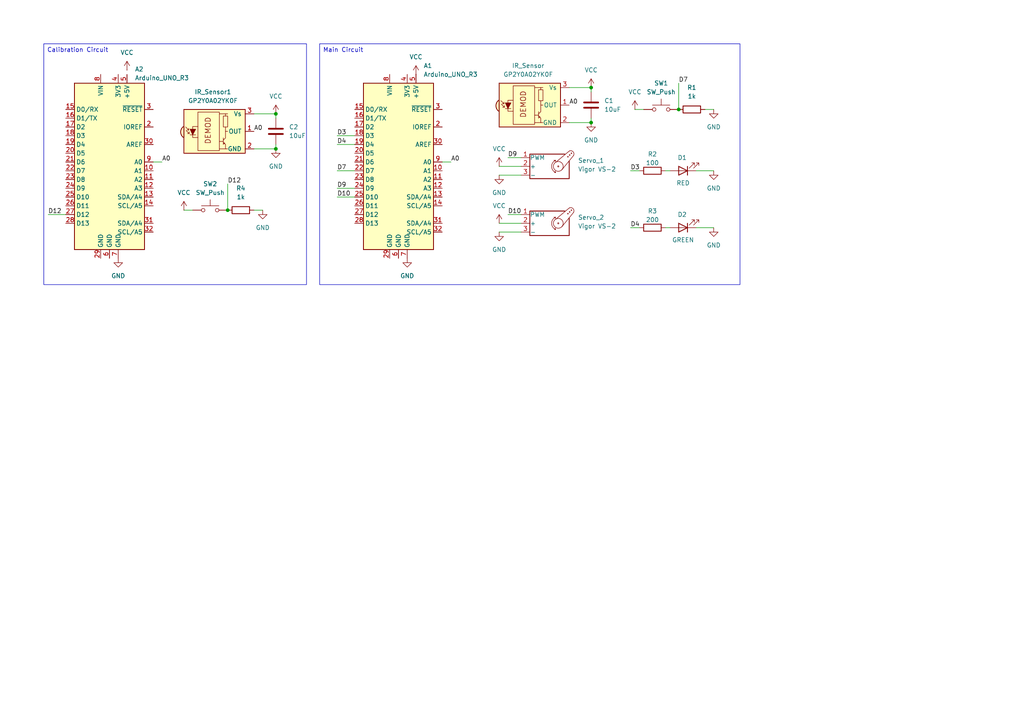
<source format=kicad_sch>
(kicad_sch
	(version 20250114)
	(generator "eeschema")
	(generator_version "9.0")
	(uuid "6299ff82-a0b8-4b00-9058-ce8943d78d49")
	(paper "A4")
	(lib_symbols
		(symbol "Device:C"
			(pin_numbers
				(hide yes)
			)
			(pin_names
				(offset 0.254)
			)
			(exclude_from_sim no)
			(in_bom yes)
			(on_board yes)
			(property "Reference" "C"
				(at 0.635 2.54 0)
				(effects
					(font
						(size 1.27 1.27)
					)
					(justify left)
				)
			)
			(property "Value" "C"
				(at 0.635 -2.54 0)
				(effects
					(font
						(size 1.27 1.27)
					)
					(justify left)
				)
			)
			(property "Footprint" ""
				(at 0.9652 -3.81 0)
				(effects
					(font
						(size 1.27 1.27)
					)
					(hide yes)
				)
			)
			(property "Datasheet" "~"
				(at 0 0 0)
				(effects
					(font
						(size 1.27 1.27)
					)
					(hide yes)
				)
			)
			(property "Description" "Unpolarized capacitor"
				(at 0 0 0)
				(effects
					(font
						(size 1.27 1.27)
					)
					(hide yes)
				)
			)
			(property "ki_keywords" "cap capacitor"
				(at 0 0 0)
				(effects
					(font
						(size 1.27 1.27)
					)
					(hide yes)
				)
			)
			(property "ki_fp_filters" "C_*"
				(at 0 0 0)
				(effects
					(font
						(size 1.27 1.27)
					)
					(hide yes)
				)
			)
			(symbol "C_0_1"
				(polyline
					(pts
						(xy -2.032 0.762) (xy 2.032 0.762)
					)
					(stroke
						(width 0.508)
						(type default)
					)
					(fill
						(type none)
					)
				)
				(polyline
					(pts
						(xy -2.032 -0.762) (xy 2.032 -0.762)
					)
					(stroke
						(width 0.508)
						(type default)
					)
					(fill
						(type none)
					)
				)
			)
			(symbol "C_1_1"
				(pin passive line
					(at 0 3.81 270)
					(length 2.794)
					(name "~"
						(effects
							(font
								(size 1.27 1.27)
							)
						)
					)
					(number "1"
						(effects
							(font
								(size 1.27 1.27)
							)
						)
					)
				)
				(pin passive line
					(at 0 -3.81 90)
					(length 2.794)
					(name "~"
						(effects
							(font
								(size 1.27 1.27)
							)
						)
					)
					(number "2"
						(effects
							(font
								(size 1.27 1.27)
							)
						)
					)
				)
			)
			(embedded_fonts no)
		)
		(symbol "Device:LED"
			(pin_numbers
				(hide yes)
			)
			(pin_names
				(offset 1.016)
				(hide yes)
			)
			(exclude_from_sim no)
			(in_bom yes)
			(on_board yes)
			(property "Reference" "D"
				(at 0 2.54 0)
				(effects
					(font
						(size 1.27 1.27)
					)
				)
			)
			(property "Value" "LED"
				(at 0 -2.54 0)
				(effects
					(font
						(size 1.27 1.27)
					)
				)
			)
			(property "Footprint" ""
				(at 0 0 0)
				(effects
					(font
						(size 1.27 1.27)
					)
					(hide yes)
				)
			)
			(property "Datasheet" "~"
				(at 0 0 0)
				(effects
					(font
						(size 1.27 1.27)
					)
					(hide yes)
				)
			)
			(property "Description" "Light emitting diode"
				(at 0 0 0)
				(effects
					(font
						(size 1.27 1.27)
					)
					(hide yes)
				)
			)
			(property "ki_keywords" "LED diode"
				(at 0 0 0)
				(effects
					(font
						(size 1.27 1.27)
					)
					(hide yes)
				)
			)
			(property "ki_fp_filters" "LED* LED_SMD:* LED_THT:*"
				(at 0 0 0)
				(effects
					(font
						(size 1.27 1.27)
					)
					(hide yes)
				)
			)
			(symbol "LED_0_1"
				(polyline
					(pts
						(xy -3.048 -0.762) (xy -4.572 -2.286) (xy -3.81 -2.286) (xy -4.572 -2.286) (xy -4.572 -1.524)
					)
					(stroke
						(width 0)
						(type default)
					)
					(fill
						(type none)
					)
				)
				(polyline
					(pts
						(xy -1.778 -0.762) (xy -3.302 -2.286) (xy -2.54 -2.286) (xy -3.302 -2.286) (xy -3.302 -1.524)
					)
					(stroke
						(width 0)
						(type default)
					)
					(fill
						(type none)
					)
				)
				(polyline
					(pts
						(xy -1.27 0) (xy 1.27 0)
					)
					(stroke
						(width 0)
						(type default)
					)
					(fill
						(type none)
					)
				)
				(polyline
					(pts
						(xy -1.27 -1.27) (xy -1.27 1.27)
					)
					(stroke
						(width 0.254)
						(type default)
					)
					(fill
						(type none)
					)
				)
				(polyline
					(pts
						(xy 1.27 -1.27) (xy 1.27 1.27) (xy -1.27 0) (xy 1.27 -1.27)
					)
					(stroke
						(width 0.254)
						(type default)
					)
					(fill
						(type none)
					)
				)
			)
			(symbol "LED_1_1"
				(pin passive line
					(at -3.81 0 0)
					(length 2.54)
					(name "K"
						(effects
							(font
								(size 1.27 1.27)
							)
						)
					)
					(number "1"
						(effects
							(font
								(size 1.27 1.27)
							)
						)
					)
				)
				(pin passive line
					(at 3.81 0 180)
					(length 2.54)
					(name "A"
						(effects
							(font
								(size 1.27 1.27)
							)
						)
					)
					(number "2"
						(effects
							(font
								(size 1.27 1.27)
							)
						)
					)
				)
			)
			(embedded_fonts no)
		)
		(symbol "Device:R"
			(pin_numbers
				(hide yes)
			)
			(pin_names
				(offset 0)
			)
			(exclude_from_sim no)
			(in_bom yes)
			(on_board yes)
			(property "Reference" "R"
				(at 2.032 0 90)
				(effects
					(font
						(size 1.27 1.27)
					)
				)
			)
			(property "Value" "R"
				(at 0 0 90)
				(effects
					(font
						(size 1.27 1.27)
					)
				)
			)
			(property "Footprint" ""
				(at -1.778 0 90)
				(effects
					(font
						(size 1.27 1.27)
					)
					(hide yes)
				)
			)
			(property "Datasheet" "~"
				(at 0 0 0)
				(effects
					(font
						(size 1.27 1.27)
					)
					(hide yes)
				)
			)
			(property "Description" "Resistor"
				(at 0 0 0)
				(effects
					(font
						(size 1.27 1.27)
					)
					(hide yes)
				)
			)
			(property "ki_keywords" "R res resistor"
				(at 0 0 0)
				(effects
					(font
						(size 1.27 1.27)
					)
					(hide yes)
				)
			)
			(property "ki_fp_filters" "R_*"
				(at 0 0 0)
				(effects
					(font
						(size 1.27 1.27)
					)
					(hide yes)
				)
			)
			(symbol "R_0_1"
				(rectangle
					(start -1.016 -2.54)
					(end 1.016 2.54)
					(stroke
						(width 0.254)
						(type default)
					)
					(fill
						(type none)
					)
				)
			)
			(symbol "R_1_1"
				(pin passive line
					(at 0 3.81 270)
					(length 1.27)
					(name "~"
						(effects
							(font
								(size 1.27 1.27)
							)
						)
					)
					(number "1"
						(effects
							(font
								(size 1.27 1.27)
							)
						)
					)
				)
				(pin passive line
					(at 0 -3.81 90)
					(length 1.27)
					(name "~"
						(effects
							(font
								(size 1.27 1.27)
							)
						)
					)
					(number "2"
						(effects
							(font
								(size 1.27 1.27)
							)
						)
					)
				)
			)
			(embedded_fonts no)
		)
		(symbol "MCU_Module:Arduino_UNO_R3"
			(exclude_from_sim no)
			(in_bom yes)
			(on_board yes)
			(property "Reference" "A"
				(at -10.16 23.495 0)
				(effects
					(font
						(size 1.27 1.27)
					)
					(justify left bottom)
				)
			)
			(property "Value" "Arduino_UNO_R3"
				(at 5.08 -26.67 0)
				(effects
					(font
						(size 1.27 1.27)
					)
					(justify left top)
				)
			)
			(property "Footprint" "Module:Arduino_UNO_R3"
				(at 0 0 0)
				(effects
					(font
						(size 1.27 1.27)
						(italic yes)
					)
					(hide yes)
				)
			)
			(property "Datasheet" "https://www.arduino.cc/en/Main/arduinoBoardUno"
				(at 0 0 0)
				(effects
					(font
						(size 1.27 1.27)
					)
					(hide yes)
				)
			)
			(property "Description" "Arduino UNO Microcontroller Module, release 3"
				(at 0 0 0)
				(effects
					(font
						(size 1.27 1.27)
					)
					(hide yes)
				)
			)
			(property "ki_keywords" "Arduino UNO R3 Microcontroller Module Atmel AVR USB"
				(at 0 0 0)
				(effects
					(font
						(size 1.27 1.27)
					)
					(hide yes)
				)
			)
			(property "ki_fp_filters" "Arduino*UNO*R3*"
				(at 0 0 0)
				(effects
					(font
						(size 1.27 1.27)
					)
					(hide yes)
				)
			)
			(symbol "Arduino_UNO_R3_0_1"
				(rectangle
					(start -10.16 22.86)
					(end 10.16 -25.4)
					(stroke
						(width 0.254)
						(type default)
					)
					(fill
						(type background)
					)
				)
			)
			(symbol "Arduino_UNO_R3_1_1"
				(pin bidirectional line
					(at -12.7 15.24 0)
					(length 2.54)
					(name "D0/RX"
						(effects
							(font
								(size 1.27 1.27)
							)
						)
					)
					(number "15"
						(effects
							(font
								(size 1.27 1.27)
							)
						)
					)
				)
				(pin bidirectional line
					(at -12.7 12.7 0)
					(length 2.54)
					(name "D1/TX"
						(effects
							(font
								(size 1.27 1.27)
							)
						)
					)
					(number "16"
						(effects
							(font
								(size 1.27 1.27)
							)
						)
					)
				)
				(pin bidirectional line
					(at -12.7 10.16 0)
					(length 2.54)
					(name "D2"
						(effects
							(font
								(size 1.27 1.27)
							)
						)
					)
					(number "17"
						(effects
							(font
								(size 1.27 1.27)
							)
						)
					)
				)
				(pin bidirectional line
					(at -12.7 7.62 0)
					(length 2.54)
					(name "D3"
						(effects
							(font
								(size 1.27 1.27)
							)
						)
					)
					(number "18"
						(effects
							(font
								(size 1.27 1.27)
							)
						)
					)
				)
				(pin bidirectional line
					(at -12.7 5.08 0)
					(length 2.54)
					(name "D4"
						(effects
							(font
								(size 1.27 1.27)
							)
						)
					)
					(number "19"
						(effects
							(font
								(size 1.27 1.27)
							)
						)
					)
				)
				(pin bidirectional line
					(at -12.7 2.54 0)
					(length 2.54)
					(name "D5"
						(effects
							(font
								(size 1.27 1.27)
							)
						)
					)
					(number "20"
						(effects
							(font
								(size 1.27 1.27)
							)
						)
					)
				)
				(pin bidirectional line
					(at -12.7 0 0)
					(length 2.54)
					(name "D6"
						(effects
							(font
								(size 1.27 1.27)
							)
						)
					)
					(number "21"
						(effects
							(font
								(size 1.27 1.27)
							)
						)
					)
				)
				(pin bidirectional line
					(at -12.7 -2.54 0)
					(length 2.54)
					(name "D7"
						(effects
							(font
								(size 1.27 1.27)
							)
						)
					)
					(number "22"
						(effects
							(font
								(size 1.27 1.27)
							)
						)
					)
				)
				(pin bidirectional line
					(at -12.7 -5.08 0)
					(length 2.54)
					(name "D8"
						(effects
							(font
								(size 1.27 1.27)
							)
						)
					)
					(number "23"
						(effects
							(font
								(size 1.27 1.27)
							)
						)
					)
				)
				(pin bidirectional line
					(at -12.7 -7.62 0)
					(length 2.54)
					(name "D9"
						(effects
							(font
								(size 1.27 1.27)
							)
						)
					)
					(number "24"
						(effects
							(font
								(size 1.27 1.27)
							)
						)
					)
				)
				(pin bidirectional line
					(at -12.7 -10.16 0)
					(length 2.54)
					(name "D10"
						(effects
							(font
								(size 1.27 1.27)
							)
						)
					)
					(number "25"
						(effects
							(font
								(size 1.27 1.27)
							)
						)
					)
				)
				(pin bidirectional line
					(at -12.7 -12.7 0)
					(length 2.54)
					(name "D11"
						(effects
							(font
								(size 1.27 1.27)
							)
						)
					)
					(number "26"
						(effects
							(font
								(size 1.27 1.27)
							)
						)
					)
				)
				(pin bidirectional line
					(at -12.7 -15.24 0)
					(length 2.54)
					(name "D12"
						(effects
							(font
								(size 1.27 1.27)
							)
						)
					)
					(number "27"
						(effects
							(font
								(size 1.27 1.27)
							)
						)
					)
				)
				(pin bidirectional line
					(at -12.7 -17.78 0)
					(length 2.54)
					(name "D13"
						(effects
							(font
								(size 1.27 1.27)
							)
						)
					)
					(number "28"
						(effects
							(font
								(size 1.27 1.27)
							)
						)
					)
				)
				(pin no_connect line
					(at -10.16 -20.32 0)
					(length 2.54)
					(hide yes)
					(name "NC"
						(effects
							(font
								(size 1.27 1.27)
							)
						)
					)
					(number "1"
						(effects
							(font
								(size 1.27 1.27)
							)
						)
					)
				)
				(pin power_in line
					(at -2.54 25.4 270)
					(length 2.54)
					(name "VIN"
						(effects
							(font
								(size 1.27 1.27)
							)
						)
					)
					(number "8"
						(effects
							(font
								(size 1.27 1.27)
							)
						)
					)
				)
				(pin power_in line
					(at -2.54 -27.94 90)
					(length 2.54)
					(name "GND"
						(effects
							(font
								(size 1.27 1.27)
							)
						)
					)
					(number "29"
						(effects
							(font
								(size 1.27 1.27)
							)
						)
					)
				)
				(pin power_in line
					(at 0 -27.94 90)
					(length 2.54)
					(name "GND"
						(effects
							(font
								(size 1.27 1.27)
							)
						)
					)
					(number "6"
						(effects
							(font
								(size 1.27 1.27)
							)
						)
					)
				)
				(pin power_out line
					(at 2.54 25.4 270)
					(length 2.54)
					(name "3V3"
						(effects
							(font
								(size 1.27 1.27)
							)
						)
					)
					(number "4"
						(effects
							(font
								(size 1.27 1.27)
							)
						)
					)
				)
				(pin power_in line
					(at 2.54 -27.94 90)
					(length 2.54)
					(name "GND"
						(effects
							(font
								(size 1.27 1.27)
							)
						)
					)
					(number "7"
						(effects
							(font
								(size 1.27 1.27)
							)
						)
					)
				)
				(pin power_out line
					(at 5.08 25.4 270)
					(length 2.54)
					(name "+5V"
						(effects
							(font
								(size 1.27 1.27)
							)
						)
					)
					(number "5"
						(effects
							(font
								(size 1.27 1.27)
							)
						)
					)
				)
				(pin input line
					(at 12.7 15.24 180)
					(length 2.54)
					(name "~{RESET}"
						(effects
							(font
								(size 1.27 1.27)
							)
						)
					)
					(number "3"
						(effects
							(font
								(size 1.27 1.27)
							)
						)
					)
				)
				(pin output line
					(at 12.7 10.16 180)
					(length 2.54)
					(name "IOREF"
						(effects
							(font
								(size 1.27 1.27)
							)
						)
					)
					(number "2"
						(effects
							(font
								(size 1.27 1.27)
							)
						)
					)
				)
				(pin input line
					(at 12.7 5.08 180)
					(length 2.54)
					(name "AREF"
						(effects
							(font
								(size 1.27 1.27)
							)
						)
					)
					(number "30"
						(effects
							(font
								(size 1.27 1.27)
							)
						)
					)
				)
				(pin bidirectional line
					(at 12.7 0 180)
					(length 2.54)
					(name "A0"
						(effects
							(font
								(size 1.27 1.27)
							)
						)
					)
					(number "9"
						(effects
							(font
								(size 1.27 1.27)
							)
						)
					)
				)
				(pin bidirectional line
					(at 12.7 -2.54 180)
					(length 2.54)
					(name "A1"
						(effects
							(font
								(size 1.27 1.27)
							)
						)
					)
					(number "10"
						(effects
							(font
								(size 1.27 1.27)
							)
						)
					)
				)
				(pin bidirectional line
					(at 12.7 -5.08 180)
					(length 2.54)
					(name "A2"
						(effects
							(font
								(size 1.27 1.27)
							)
						)
					)
					(number "11"
						(effects
							(font
								(size 1.27 1.27)
							)
						)
					)
				)
				(pin bidirectional line
					(at 12.7 -7.62 180)
					(length 2.54)
					(name "A3"
						(effects
							(font
								(size 1.27 1.27)
							)
						)
					)
					(number "12"
						(effects
							(font
								(size 1.27 1.27)
							)
						)
					)
				)
				(pin bidirectional line
					(at 12.7 -10.16 180)
					(length 2.54)
					(name "SDA/A4"
						(effects
							(font
								(size 1.27 1.27)
							)
						)
					)
					(number "13"
						(effects
							(font
								(size 1.27 1.27)
							)
						)
					)
				)
				(pin bidirectional line
					(at 12.7 -12.7 180)
					(length 2.54)
					(name "SCL/A5"
						(effects
							(font
								(size 1.27 1.27)
							)
						)
					)
					(number "14"
						(effects
							(font
								(size 1.27 1.27)
							)
						)
					)
				)
				(pin bidirectional line
					(at 12.7 -17.78 180)
					(length 2.54)
					(name "SDA/A4"
						(effects
							(font
								(size 1.27 1.27)
							)
						)
					)
					(number "31"
						(effects
							(font
								(size 1.27 1.27)
							)
						)
					)
				)
				(pin bidirectional line
					(at 12.7 -20.32 180)
					(length 2.54)
					(name "SCL/A5"
						(effects
							(font
								(size 1.27 1.27)
							)
						)
					)
					(number "32"
						(effects
							(font
								(size 1.27 1.27)
							)
						)
					)
				)
			)
			(embedded_fonts no)
		)
		(symbol "Motor:Motor_Servo"
			(pin_names
				(offset 0.0254)
			)
			(exclude_from_sim no)
			(in_bom yes)
			(on_board yes)
			(property "Reference" "M"
				(at -5.08 4.445 0)
				(effects
					(font
						(size 1.27 1.27)
					)
					(justify left)
				)
			)
			(property "Value" "Motor_Servo"
				(at -5.08 -4.064 0)
				(effects
					(font
						(size 1.27 1.27)
					)
					(justify left top)
				)
			)
			(property "Footprint" ""
				(at 0 -4.826 0)
				(effects
					(font
						(size 1.27 1.27)
					)
					(hide yes)
				)
			)
			(property "Datasheet" "http://forums.parallax.com/uploads/attachments/46831/74481.png"
				(at 0 -4.826 0)
				(effects
					(font
						(size 1.27 1.27)
					)
					(hide yes)
				)
			)
			(property "Description" "Servo Motor (Futaba, HiTec, JR connector)"
				(at 0 0 0)
				(effects
					(font
						(size 1.27 1.27)
					)
					(hide yes)
				)
			)
			(property "ki_keywords" "Servo Motor"
				(at 0 0 0)
				(effects
					(font
						(size 1.27 1.27)
					)
					(hide yes)
				)
			)
			(property "ki_fp_filters" "PinHeader*P2.54mm*"
				(at 0 0 0)
				(effects
					(font
						(size 1.27 1.27)
					)
					(hide yes)
				)
			)
			(symbol "Motor_Servo_0_1"
				(polyline
					(pts
						(xy 2.413 1.778) (xy 1.905 1.778)
					)
					(stroke
						(width 0)
						(type default)
					)
					(fill
						(type none)
					)
				)
				(polyline
					(pts
						(xy 2.413 1.778) (xy 2.286 1.397)
					)
					(stroke
						(width 0)
						(type default)
					)
					(fill
						(type none)
					)
				)
				(polyline
					(pts
						(xy 2.413 -1.778) (xy 2.032 -1.778)
					)
					(stroke
						(width 0)
						(type default)
					)
					(fill
						(type none)
					)
				)
				(polyline
					(pts
						(xy 2.413 -1.778) (xy 2.286 -1.397)
					)
					(stroke
						(width 0)
						(type default)
					)
					(fill
						(type none)
					)
				)
				(arc
					(start 2.413 -1.778)
					(mid 1.2406 0)
					(end 2.413 1.778)
					(stroke
						(width 0)
						(type default)
					)
					(fill
						(type none)
					)
				)
				(circle
					(center 3.175 0)
					(radius 0.1778)
					(stroke
						(width 0)
						(type default)
					)
					(fill
						(type none)
					)
				)
				(circle
					(center 3.175 0)
					(radius 1.4224)
					(stroke
						(width 0)
						(type default)
					)
					(fill
						(type none)
					)
				)
				(polyline
					(pts
						(xy 5.08 3.556) (xy -5.08 3.556) (xy -5.08 -3.556) (xy 6.35 -3.556) (xy 6.35 1.524)
					)
					(stroke
						(width 0.254)
						(type default)
					)
					(fill
						(type none)
					)
				)
				(circle
					(center 5.969 2.794)
					(radius 0.127)
					(stroke
						(width 0)
						(type default)
					)
					(fill
						(type none)
					)
				)
				(polyline
					(pts
						(xy 6.35 4.445) (xy 2.54 1.27)
					)
					(stroke
						(width 0)
						(type default)
					)
					(fill
						(type none)
					)
				)
				(circle
					(center 6.477 3.302)
					(radius 0.127)
					(stroke
						(width 0)
						(type default)
					)
					(fill
						(type none)
					)
				)
				(arc
					(start 6.35 4.445)
					(mid 7.4487 4.2737)
					(end 7.62 3.175)
					(stroke
						(width 0)
						(type default)
					)
					(fill
						(type none)
					)
				)
				(circle
					(center 6.985 3.81)
					(radius 0.127)
					(stroke
						(width 0)
						(type default)
					)
					(fill
						(type none)
					)
				)
				(polyline
					(pts
						(xy 7.62 3.175) (xy 4.191 -1.016)
					)
					(stroke
						(width 0)
						(type default)
					)
					(fill
						(type none)
					)
				)
			)
			(symbol "Motor_Servo_1_1"
				(pin passive line
					(at -7.62 2.54 0)
					(length 2.54)
					(name "PWM"
						(effects
							(font
								(size 1.27 1.27)
							)
						)
					)
					(number "1"
						(effects
							(font
								(size 1.27 1.27)
							)
						)
					)
				)
				(pin passive line
					(at -7.62 0 0)
					(length 2.54)
					(name "+"
						(effects
							(font
								(size 1.27 1.27)
							)
						)
					)
					(number "2"
						(effects
							(font
								(size 1.27 1.27)
							)
						)
					)
				)
				(pin passive line
					(at -7.62 -2.54 0)
					(length 2.54)
					(name "-"
						(effects
							(font
								(size 1.27 1.27)
							)
						)
					)
					(number "3"
						(effects
							(font
								(size 1.27 1.27)
							)
						)
					)
				)
			)
			(embedded_fonts no)
		)
		(symbol "Sensor_Proximity:TSSP58038"
			(pin_names
				(offset 1.016)
			)
			(exclude_from_sim no)
			(in_bom yes)
			(on_board yes)
			(property "Reference" "U"
				(at -10.16 7.62 0)
				(effects
					(font
						(size 1.27 1.27)
					)
					(justify left)
				)
			)
			(property "Value" "TSSP58038"
				(at -10.16 -7.62 0)
				(effects
					(font
						(size 1.27 1.27)
					)
					(justify left)
				)
			)
			(property "Footprint" "OptoDevice:Vishay_MINICAST-3Pin"
				(at -1.27 -9.525 0)
				(effects
					(font
						(size 1.27 1.27)
					)
					(hide yes)
				)
			)
			(property "Datasheet" "http://www.vishay.com/docs/82476/tssp58p38.pdf"
				(at 16.51 7.62 0)
				(effects
					(font
						(size 1.27 1.27)
					)
					(hide yes)
				)
			)
			(property "Description" "IR Detector for Mid Range Proximity Sensor"
				(at 0 0 0)
				(effects
					(font
						(size 1.27 1.27)
					)
					(hide yes)
				)
			)
			(property "ki_keywords" "opto IR receiver proximity sensor"
				(at 0 0 0)
				(effects
					(font
						(size 1.27 1.27)
					)
					(hide yes)
				)
			)
			(property "ki_fp_filters" "Vishay*MINICAST*"
				(at 0 0 0)
				(effects
					(font
						(size 1.27 1.27)
					)
					(hide yes)
				)
			)
			(symbol "TSSP58038_0_0"
				(arc
					(start -10.287 -1.778)
					(mid -11.0899 -0.1905)
					(end -10.287 1.397)
					(stroke
						(width 0.254)
						(type default)
					)
					(fill
						(type background)
					)
				)
				(polyline
					(pts
						(xy 1.905 5.08) (xy 0.127 5.08)
					)
					(stroke
						(width 0)
						(type default)
					)
					(fill
						(type none)
					)
				)
				(polyline
					(pts
						(xy 1.905 -5.08) (xy 0.127 -5.08)
					)
					(stroke
						(width 0)
						(type default)
					)
					(fill
						(type none)
					)
				)
				(text "DEMOD"
					(at -3.175 0.254 900)
					(effects
						(font
							(size 1.524 1.524)
						)
					)
				)
			)
			(symbol "TSSP58038_0_1"
				(polyline
					(pts
						(xy -8.763 0.381) (xy -9.652 1.27)
					)
					(stroke
						(width 0)
						(type default)
					)
					(fill
						(type none)
					)
				)
				(polyline
					(pts
						(xy -8.763 0.381) (xy -9.271 0.381)
					)
					(stroke
						(width 0)
						(type default)
					)
					(fill
						(type none)
					)
				)
				(polyline
					(pts
						(xy -8.763 0.381) (xy -8.763 0.889)
					)
					(stroke
						(width 0)
						(type default)
					)
					(fill
						(type none)
					)
				)
				(polyline
					(pts
						(xy -8.636 -0.635) (xy -9.525 0.254)
					)
					(stroke
						(width 0)
						(type default)
					)
					(fill
						(type none)
					)
				)
				(polyline
					(pts
						(xy -8.636 -0.635) (xy -9.144 -0.635)
					)
					(stroke
						(width 0)
						(type default)
					)
					(fill
						(type none)
					)
				)
				(polyline
					(pts
						(xy -8.636 -0.635) (xy -8.636 -0.127)
					)
					(stroke
						(width 0)
						(type default)
					)
					(fill
						(type none)
					)
				)
				(polyline
					(pts
						(xy -8.382 0.635) (xy -6.731 0.635) (xy -7.62 -1.016) (xy -8.382 0.635)
					)
					(stroke
						(width 0)
						(type default)
					)
					(fill
						(type outline)
					)
				)
				(polyline
					(pts
						(xy -8.382 -1.016) (xy -6.731 -1.016)
					)
					(stroke
						(width 0)
						(type default)
					)
					(fill
						(type none)
					)
				)
				(rectangle
					(start -6.096 5.588)
					(end 0.127 -5.588)
					(stroke
						(width 0)
						(type default)
					)
					(fill
						(type none)
					)
				)
				(polyline
					(pts
						(xy -6.096 1.397) (xy -7.62 1.397) (xy -7.62 -1.778) (xy -6.096 -1.778)
					)
					(stroke
						(width 0)
						(type default)
					)
					(fill
						(type none)
					)
				)
				(polyline
					(pts
						(xy 1.27 -1.905) (xy 1.27 -3.81)
					)
					(stroke
						(width 0)
						(type default)
					)
					(fill
						(type none)
					)
				)
				(polyline
					(pts
						(xy 1.27 -2.54) (xy 1.905 -1.905) (xy 1.905 0) (xy 2.54 0)
					)
					(stroke
						(width 0)
						(type default)
					)
					(fill
						(type none)
					)
				)
				(polyline
					(pts
						(xy 1.27 -2.921) (xy 0.127 -2.921)
					)
					(stroke
						(width 0)
						(type default)
					)
					(fill
						(type none)
					)
				)
				(polyline
					(pts
						(xy 1.27 -3.175) (xy 1.905 -3.81) (xy 1.905 -5.08) (xy 2.54 -5.08)
					)
					(stroke
						(width 0)
						(type default)
					)
					(fill
						(type none)
					)
				)
				(polyline
					(pts
						(xy 1.397 -3.556) (xy 1.524 -3.556)
					)
					(stroke
						(width 0)
						(type default)
					)
					(fill
						(type none)
					)
				)
				(polyline
					(pts
						(xy 1.651 -3.556) (xy 1.524 -3.556)
					)
					(stroke
						(width 0)
						(type default)
					)
					(fill
						(type none)
					)
				)
				(polyline
					(pts
						(xy 1.651 -3.556) (xy 1.651 -3.302)
					)
					(stroke
						(width 0)
						(type default)
					)
					(fill
						(type none)
					)
				)
				(polyline
					(pts
						(xy 1.905 4.445) (xy 1.905 5.08) (xy 2.54 5.08)
					)
					(stroke
						(width 0)
						(type default)
					)
					(fill
						(type none)
					)
				)
				(polyline
					(pts
						(xy 1.905 0) (xy 1.905 1.27)
					)
					(stroke
						(width 0)
						(type default)
					)
					(fill
						(type none)
					)
				)
				(rectangle
					(start 2.54 1.27)
					(end 1.27 4.445)
					(stroke
						(width 0)
						(type default)
					)
					(fill
						(type none)
					)
				)
				(rectangle
					(start 7.62 6.35)
					(end -10.16 -6.35)
					(stroke
						(width 0.254)
						(type default)
					)
					(fill
						(type background)
					)
				)
			)
			(symbol "TSSP58038_1_1"
				(pin power_in line
					(at 10.16 5.08 180)
					(length 2.54)
					(name "Vs"
						(effects
							(font
								(size 1.27 1.27)
							)
						)
					)
					(number "3"
						(effects
							(font
								(size 1.27 1.27)
							)
						)
					)
				)
				(pin output line
					(at 10.16 0 180)
					(length 2.54)
					(name "OUT"
						(effects
							(font
								(size 1.27 1.27)
							)
						)
					)
					(number "1"
						(effects
							(font
								(size 1.27 1.27)
							)
						)
					)
				)
				(pin power_in line
					(at 10.16 -5.08 180)
					(length 2.54)
					(name "GND"
						(effects
							(font
								(size 1.27 1.27)
							)
						)
					)
					(number "2"
						(effects
							(font
								(size 1.27 1.27)
							)
						)
					)
				)
			)
			(embedded_fonts no)
		)
		(symbol "Switch:SW_Push"
			(pin_numbers
				(hide yes)
			)
			(pin_names
				(offset 1.016)
				(hide yes)
			)
			(exclude_from_sim no)
			(in_bom yes)
			(on_board yes)
			(property "Reference" "SW"
				(at 1.27 2.54 0)
				(effects
					(font
						(size 1.27 1.27)
					)
					(justify left)
				)
			)
			(property "Value" "SW_Push"
				(at 0 -1.524 0)
				(effects
					(font
						(size 1.27 1.27)
					)
				)
			)
			(property "Footprint" ""
				(at 0 5.08 0)
				(effects
					(font
						(size 1.27 1.27)
					)
					(hide yes)
				)
			)
			(property "Datasheet" "~"
				(at 0 5.08 0)
				(effects
					(font
						(size 1.27 1.27)
					)
					(hide yes)
				)
			)
			(property "Description" "Push button switch, generic, two pins"
				(at 0 0 0)
				(effects
					(font
						(size 1.27 1.27)
					)
					(hide yes)
				)
			)
			(property "ki_keywords" "switch normally-open pushbutton push-button"
				(at 0 0 0)
				(effects
					(font
						(size 1.27 1.27)
					)
					(hide yes)
				)
			)
			(symbol "SW_Push_0_1"
				(circle
					(center -2.032 0)
					(radius 0.508)
					(stroke
						(width 0)
						(type default)
					)
					(fill
						(type none)
					)
				)
				(polyline
					(pts
						(xy 0 1.27) (xy 0 3.048)
					)
					(stroke
						(width 0)
						(type default)
					)
					(fill
						(type none)
					)
				)
				(circle
					(center 2.032 0)
					(radius 0.508)
					(stroke
						(width 0)
						(type default)
					)
					(fill
						(type none)
					)
				)
				(polyline
					(pts
						(xy 2.54 1.27) (xy -2.54 1.27)
					)
					(stroke
						(width 0)
						(type default)
					)
					(fill
						(type none)
					)
				)
				(pin passive line
					(at -5.08 0 0)
					(length 2.54)
					(name "1"
						(effects
							(font
								(size 1.27 1.27)
							)
						)
					)
					(number "1"
						(effects
							(font
								(size 1.27 1.27)
							)
						)
					)
				)
				(pin passive line
					(at 5.08 0 180)
					(length 2.54)
					(name "2"
						(effects
							(font
								(size 1.27 1.27)
							)
						)
					)
					(number "2"
						(effects
							(font
								(size 1.27 1.27)
							)
						)
					)
				)
			)
			(embedded_fonts no)
		)
		(symbol "power:GND"
			(power)
			(pin_numbers
				(hide yes)
			)
			(pin_names
				(offset 0)
				(hide yes)
			)
			(exclude_from_sim no)
			(in_bom yes)
			(on_board yes)
			(property "Reference" "#PWR"
				(at 0 -6.35 0)
				(effects
					(font
						(size 1.27 1.27)
					)
					(hide yes)
				)
			)
			(property "Value" "GND"
				(at 0 -3.81 0)
				(effects
					(font
						(size 1.27 1.27)
					)
				)
			)
			(property "Footprint" ""
				(at 0 0 0)
				(effects
					(font
						(size 1.27 1.27)
					)
					(hide yes)
				)
			)
			(property "Datasheet" ""
				(at 0 0 0)
				(effects
					(font
						(size 1.27 1.27)
					)
					(hide yes)
				)
			)
			(property "Description" "Power symbol creates a global label with name \"GND\" , ground"
				(at 0 0 0)
				(effects
					(font
						(size 1.27 1.27)
					)
					(hide yes)
				)
			)
			(property "ki_keywords" "global power"
				(at 0 0 0)
				(effects
					(font
						(size 1.27 1.27)
					)
					(hide yes)
				)
			)
			(symbol "GND_0_1"
				(polyline
					(pts
						(xy 0 0) (xy 0 -1.27) (xy 1.27 -1.27) (xy 0 -2.54) (xy -1.27 -1.27) (xy 0 -1.27)
					)
					(stroke
						(width 0)
						(type default)
					)
					(fill
						(type none)
					)
				)
			)
			(symbol "GND_1_1"
				(pin power_in line
					(at 0 0 270)
					(length 0)
					(name "~"
						(effects
							(font
								(size 1.27 1.27)
							)
						)
					)
					(number "1"
						(effects
							(font
								(size 1.27 1.27)
							)
						)
					)
				)
			)
			(embedded_fonts no)
		)
		(symbol "power:VCC"
			(power)
			(pin_numbers
				(hide yes)
			)
			(pin_names
				(offset 0)
				(hide yes)
			)
			(exclude_from_sim no)
			(in_bom yes)
			(on_board yes)
			(property "Reference" "#PWR"
				(at 0 -3.81 0)
				(effects
					(font
						(size 1.27 1.27)
					)
					(hide yes)
				)
			)
			(property "Value" "VCC"
				(at 0 3.556 0)
				(effects
					(font
						(size 1.27 1.27)
					)
				)
			)
			(property "Footprint" ""
				(at 0 0 0)
				(effects
					(font
						(size 1.27 1.27)
					)
					(hide yes)
				)
			)
			(property "Datasheet" ""
				(at 0 0 0)
				(effects
					(font
						(size 1.27 1.27)
					)
					(hide yes)
				)
			)
			(property "Description" "Power symbol creates a global label with name \"VCC\""
				(at 0 0 0)
				(effects
					(font
						(size 1.27 1.27)
					)
					(hide yes)
				)
			)
			(property "ki_keywords" "global power"
				(at 0 0 0)
				(effects
					(font
						(size 1.27 1.27)
					)
					(hide yes)
				)
			)
			(symbol "VCC_0_1"
				(polyline
					(pts
						(xy -0.762 1.27) (xy 0 2.54)
					)
					(stroke
						(width 0)
						(type default)
					)
					(fill
						(type none)
					)
				)
				(polyline
					(pts
						(xy 0 2.54) (xy 0.762 1.27)
					)
					(stroke
						(width 0)
						(type default)
					)
					(fill
						(type none)
					)
				)
				(polyline
					(pts
						(xy 0 0) (xy 0 2.54)
					)
					(stroke
						(width 0)
						(type default)
					)
					(fill
						(type none)
					)
				)
			)
			(symbol "VCC_1_1"
				(pin power_in line
					(at 0 0 90)
					(length 0)
					(name "~"
						(effects
							(font
								(size 1.27 1.27)
							)
						)
					)
					(number "1"
						(effects
							(font
								(size 1.27 1.27)
							)
						)
					)
				)
			)
			(embedded_fonts no)
		)
	)
	(text_box "Main Circuit"
		(exclude_from_sim no)
		(at 92.71 12.7 0)
		(size 121.92 69.85)
		(margins 0.9525 0.9525 0.9525 0.9525)
		(stroke
			(width 0)
			(type solid)
		)
		(fill
			(type none)
		)
		(effects
			(font
				(size 1.27 1.27)
			)
			(justify left top)
		)
		(uuid "3ee62696-cc7b-472a-969c-43439d77d705")
	)
	(text_box "Calibration Circuit"
		(exclude_from_sim no)
		(at 12.7 12.7 0)
		(size 76.2 69.85)
		(margins 0.9525 0.9525 0.9525 0.9525)
		(stroke
			(width 0)
			(type solid)
		)
		(fill
			(type none)
		)
		(effects
			(font
				(size 1.27 1.27)
			)
			(justify left top)
		)
		(uuid "b3541acd-814e-4927-960f-dd67b90d7683")
	)
	(junction
		(at 171.45 25.4)
		(diameter 0)
		(color 0 0 0 0)
		(uuid "164f3bc5-bfbb-49a8-b605-610055ce87b2")
	)
	(junction
		(at 80.01 33.02)
		(diameter 0)
		(color 0 0 0 0)
		(uuid "524b7211-7a2a-449a-b1b9-746ae19337ae")
	)
	(junction
		(at 171.45 35.56)
		(diameter 0)
		(color 0 0 0 0)
		(uuid "5b433099-ccc9-442e-b656-dbf43533fda7")
	)
	(junction
		(at 80.01 43.18)
		(diameter 0)
		(color 0 0 0 0)
		(uuid "cd17e0bf-6d5c-4a62-bf0c-d3fd15c70c38")
	)
	(junction
		(at 196.85 31.75)
		(diameter 0)
		(color 0 0 0 0)
		(uuid "d1634b10-91d7-4c99-adc4-3012c9b5ac27")
	)
	(junction
		(at 66.04 60.96)
		(diameter 0)
		(color 0 0 0 0)
		(uuid "eeaed652-ac5a-49d0-9240-8868e65e1ae1")
	)
	(wire
		(pts
			(xy 13.97 62.23) (xy 19.05 62.23)
		)
		(stroke
			(width 0)
			(type default)
		)
		(uuid "05cce208-b4e9-4472-913a-20752d6886e7")
	)
	(wire
		(pts
			(xy 144.78 50.8) (xy 151.13 50.8)
		)
		(stroke
			(width 0)
			(type default)
		)
		(uuid "0e72fc28-c7b2-4699-882e-1002a2e0cf68")
	)
	(wire
		(pts
			(xy 171.45 34.29) (xy 171.45 35.56)
		)
		(stroke
			(width 0)
			(type default)
		)
		(uuid "198f9d5d-4ac5-4451-9f5d-fd866dac1ae2")
	)
	(wire
		(pts
			(xy 53.34 60.96) (xy 55.88 60.96)
		)
		(stroke
			(width 0)
			(type default)
		)
		(uuid "2c819357-86af-4790-8078-f9d08cb41c29")
	)
	(wire
		(pts
			(xy 80.01 33.02) (xy 80.01 34.29)
		)
		(stroke
			(width 0)
			(type default)
		)
		(uuid "39372557-4a80-42ed-b45f-f0d157d4ab29")
	)
	(wire
		(pts
			(xy 171.45 25.4) (xy 165.1 25.4)
		)
		(stroke
			(width 0)
			(type default)
		)
		(uuid "39d17174-061d-43c8-a79d-3bf2f9d2977d")
	)
	(wire
		(pts
			(xy 147.32 62.23) (xy 151.13 62.23)
		)
		(stroke
			(width 0)
			(type default)
		)
		(uuid "40b918a4-7cec-4f8c-a9f0-4a12f45fcdac")
	)
	(wire
		(pts
			(xy 144.78 64.77) (xy 151.13 64.77)
		)
		(stroke
			(width 0)
			(type default)
		)
		(uuid "4f873a9a-f9c4-4dba-97a3-986ec4c771b3")
	)
	(wire
		(pts
			(xy 207.01 31.75) (xy 204.47 31.75)
		)
		(stroke
			(width 0)
			(type default)
		)
		(uuid "5101a1d6-d3e0-4676-b973-8bc7f34b0c66")
	)
	(wire
		(pts
			(xy 66.04 53.34) (xy 66.04 60.96)
		)
		(stroke
			(width 0)
			(type default)
		)
		(uuid "5a243b17-8cd6-4ef2-932a-987e0748fe1e")
	)
	(wire
		(pts
			(xy 184.15 31.75) (xy 186.69 31.75)
		)
		(stroke
			(width 0)
			(type default)
		)
		(uuid "67103a4f-4467-4b45-b6d1-e81a434dd7bf")
	)
	(wire
		(pts
			(xy 201.93 66.04) (xy 207.01 66.04)
		)
		(stroke
			(width 0)
			(type default)
		)
		(uuid "6eaf9f2d-1538-4fde-8fa0-d51a48d2c52a")
	)
	(wire
		(pts
			(xy 76.2 60.96) (xy 73.66 60.96)
		)
		(stroke
			(width 0)
			(type default)
		)
		(uuid "80b8534f-fa3d-4b30-bfae-623258304a78")
	)
	(wire
		(pts
			(xy 196.85 24.13) (xy 196.85 31.75)
		)
		(stroke
			(width 0)
			(type default)
		)
		(uuid "88113df3-230b-4d74-af60-067da638bf4b")
	)
	(wire
		(pts
			(xy 182.88 66.04) (xy 185.42 66.04)
		)
		(stroke
			(width 0)
			(type default)
		)
		(uuid "889c07b3-0344-41cb-97d6-b5a088b7ca2d")
	)
	(wire
		(pts
			(xy 97.79 54.61) (xy 102.87 54.61)
		)
		(stroke
			(width 0)
			(type default)
		)
		(uuid "8a405325-a1e2-4d26-91c2-91ad225650b8")
	)
	(wire
		(pts
			(xy 193.04 49.53) (xy 194.31 49.53)
		)
		(stroke
			(width 0)
			(type default)
		)
		(uuid "95aa9978-f1eb-4bac-b595-956f54d1a913")
	)
	(wire
		(pts
			(xy 97.79 39.37) (xy 102.87 39.37)
		)
		(stroke
			(width 0)
			(type default)
		)
		(uuid "9b6b99c7-778f-450c-8c02-121a59727937")
	)
	(wire
		(pts
			(xy 144.78 67.31) (xy 151.13 67.31)
		)
		(stroke
			(width 0)
			(type default)
		)
		(uuid "9d3e39ce-fa1e-4e50-903b-03f9b8a22b7f")
	)
	(wire
		(pts
			(xy 144.78 48.26) (xy 151.13 48.26)
		)
		(stroke
			(width 0)
			(type default)
		)
		(uuid "a8692035-1945-4a35-b07b-8b6275c288f7")
	)
	(wire
		(pts
			(xy 97.79 49.53) (xy 102.87 49.53)
		)
		(stroke
			(width 0)
			(type default)
		)
		(uuid "a8a9dac8-7fb8-4521-ab17-3ff811a38a42")
	)
	(wire
		(pts
			(xy 182.88 49.53) (xy 185.42 49.53)
		)
		(stroke
			(width 0)
			(type default)
		)
		(uuid "afd8a439-5583-47b9-9995-d88bc3a5667b")
	)
	(wire
		(pts
			(xy 147.32 45.72) (xy 151.13 45.72)
		)
		(stroke
			(width 0)
			(type default)
		)
		(uuid "b08036d4-00db-427e-bab1-eea2fb7b9ef6")
	)
	(wire
		(pts
			(xy 171.45 35.56) (xy 165.1 35.56)
		)
		(stroke
			(width 0)
			(type default)
		)
		(uuid "ba2de641-e65d-447f-9a72-93d1700e391f")
	)
	(wire
		(pts
			(xy 130.81 46.99) (xy 128.27 46.99)
		)
		(stroke
			(width 0)
			(type default)
		)
		(uuid "c170eada-5d01-4c8c-94bb-d721add7b391")
	)
	(wire
		(pts
			(xy 80.01 33.02) (xy 73.66 33.02)
		)
		(stroke
			(width 0)
			(type default)
		)
		(uuid "c3a2a60b-35ba-464d-bd0c-f4f9cff3b00e")
	)
	(wire
		(pts
			(xy 193.04 66.04) (xy 194.31 66.04)
		)
		(stroke
			(width 0)
			(type default)
		)
		(uuid "c5e6dff4-617f-44ed-ae1c-a86bdf4d9b0a")
	)
	(wire
		(pts
			(xy 97.79 41.91) (xy 102.87 41.91)
		)
		(stroke
			(width 0)
			(type default)
		)
		(uuid "d82916c9-19a7-4e42-9d0b-6661e17806de")
	)
	(wire
		(pts
			(xy 201.93 49.53) (xy 207.01 49.53)
		)
		(stroke
			(width 0)
			(type default)
		)
		(uuid "d87848f0-ffd7-468a-9710-b25abb0fc2b3")
	)
	(wire
		(pts
			(xy 80.01 41.91) (xy 80.01 43.18)
		)
		(stroke
			(width 0)
			(type default)
		)
		(uuid "e12119de-1384-451e-8d94-34a3f81d58fd")
	)
	(wire
		(pts
			(xy 46.99 46.99) (xy 44.45 46.99)
		)
		(stroke
			(width 0)
			(type default)
		)
		(uuid "f29c2d37-1120-40f3-bbec-527ded7eaa5e")
	)
	(wire
		(pts
			(xy 171.45 25.4) (xy 171.45 26.67)
		)
		(stroke
			(width 0)
			(type default)
		)
		(uuid "f5327a47-553b-4ae7-a11f-e6eaab587b39")
	)
	(wire
		(pts
			(xy 97.79 57.15) (xy 102.87 57.15)
		)
		(stroke
			(width 0)
			(type default)
		)
		(uuid "f54f170a-0786-4742-9e3d-039b6dfdf406")
	)
	(wire
		(pts
			(xy 80.01 43.18) (xy 73.66 43.18)
		)
		(stroke
			(width 0)
			(type default)
		)
		(uuid "f9133631-0030-486f-bec2-0062adaad288")
	)
	(label "D3"
		(at 182.88 49.53 0)
		(effects
			(font
				(size 1.27 1.27)
			)
			(justify left bottom)
		)
		(uuid "009584e3-c90d-4d13-9032-c5f08e12ca0a")
	)
	(label "D4"
		(at 182.88 66.04 0)
		(effects
			(font
				(size 1.27 1.27)
			)
			(justify left bottom)
		)
		(uuid "09833498-456e-486f-94bb-ca9e3aadc216")
	)
	(label "A0"
		(at 46.99 46.99 0)
		(effects
			(font
				(size 1.27 1.27)
			)
			(justify left bottom)
		)
		(uuid "1142a486-1faf-439d-bb51-b0ca63d51ef2")
	)
	(label "D12"
		(at 13.97 62.23 0)
		(effects
			(font
				(size 1.27 1.27)
			)
			(justify left bottom)
		)
		(uuid "1e843945-a408-43ac-ba44-5a830af9b777")
	)
	(label "D7"
		(at 97.79 49.53 0)
		(effects
			(font
				(size 1.27 1.27)
			)
			(justify left bottom)
		)
		(uuid "242d2e3a-0528-4a62-9cba-3b5721d9bd0c")
	)
	(label "A0"
		(at 73.66 38.1 0)
		(effects
			(font
				(size 1.27 1.27)
			)
			(justify left bottom)
		)
		(uuid "3f0902ab-a104-489c-bdbd-97c97386b08c")
	)
	(label "D4"
		(at 97.79 41.91 0)
		(effects
			(font
				(size 1.27 1.27)
			)
			(justify left bottom)
		)
		(uuid "4109cf23-4fad-46ea-b00f-b1eaabbc6163")
	)
	(label "D7"
		(at 196.85 24.13 0)
		(effects
			(font
				(size 1.27 1.27)
			)
			(justify left bottom)
		)
		(uuid "80b59ec5-b02f-4e8e-95b6-aefcb83230c8")
	)
	(label "D9"
		(at 97.79 54.61 0)
		(effects
			(font
				(size 1.27 1.27)
			)
			(justify left bottom)
		)
		(uuid "8ec25d71-2053-4f90-bad8-0d9959d7652b")
	)
	(label "D10"
		(at 97.79 57.15 0)
		(effects
			(font
				(size 1.27 1.27)
			)
			(justify left bottom)
		)
		(uuid "a8705ab9-7cbb-4379-a8e1-0c9a57ac353b")
	)
	(label "D9"
		(at 147.32 45.72 0)
		(effects
			(font
				(size 1.27 1.27)
			)
			(justify left bottom)
		)
		(uuid "aa9eec95-b36b-4062-a4f1-9570bec8f19b")
	)
	(label "D3"
		(at 97.79 39.37 0)
		(effects
			(font
				(size 1.27 1.27)
			)
			(justify left bottom)
		)
		(uuid "be9c2489-060e-4d44-89cc-94e630a31ba4")
	)
	(label "D10"
		(at 147.32 62.23 0)
		(effects
			(font
				(size 1.27 1.27)
			)
			(justify left bottom)
		)
		(uuid "dc6cbc79-b184-4076-abe1-467f17b882cd")
	)
	(label "D12"
		(at 66.04 53.34 0)
		(effects
			(font
				(size 1.27 1.27)
			)
			(justify left bottom)
		)
		(uuid "dff667fd-f52b-4617-9e65-9dbfb24d2401")
	)
	(label "A0"
		(at 130.81 46.99 0)
		(effects
			(font
				(size 1.27 1.27)
			)
			(justify left bottom)
		)
		(uuid "e566cd60-76e2-4174-b131-b6dc3c584b75")
	)
	(label "A0"
		(at 165.1 30.48 0)
		(effects
			(font
				(size 1.27 1.27)
			)
			(justify left bottom)
		)
		(uuid "fb80c804-f7a9-4978-8966-da29828785a5")
	)
	(symbol
		(lib_id "Device:R")
		(at 200.66 31.75 90)
		(unit 1)
		(exclude_from_sim no)
		(in_bom yes)
		(on_board yes)
		(dnp no)
		(fields_autoplaced yes)
		(uuid "02ca5482-79ac-4512-9afd-19b48459e4a3")
		(property "Reference" "R1"
			(at 200.66 25.4 90)
			(effects
				(font
					(size 1.27 1.27)
				)
			)
		)
		(property "Value" "1k"
			(at 200.66 27.94 90)
			(effects
				(font
					(size 1.27 1.27)
				)
			)
		)
		(property "Footprint" ""
			(at 200.66 33.528 90)
			(effects
				(font
					(size 1.27 1.27)
				)
				(hide yes)
			)
		)
		(property "Datasheet" "~"
			(at 200.66 31.75 0)
			(effects
				(font
					(size 1.27 1.27)
				)
				(hide yes)
			)
		)
		(property "Description" "Resistor"
			(at 200.66 31.75 0)
			(effects
				(font
					(size 1.27 1.27)
				)
				(hide yes)
			)
		)
		(pin "2"
			(uuid "8aeda608-43c6-40ac-9b26-f9f47c7b0f14")
		)
		(pin "1"
			(uuid "704a032e-b8f6-40fa-b9bd-c1c7f6c47803")
		)
		(instances
			(project ""
				(path "/6299ff82-a0b8-4b00-9058-ce8943d78d49"
					(reference "R1")
					(unit 1)
				)
			)
		)
	)
	(symbol
		(lib_id "Switch:SW_Push")
		(at 191.77 31.75 0)
		(unit 1)
		(exclude_from_sim no)
		(in_bom yes)
		(on_board yes)
		(dnp no)
		(fields_autoplaced yes)
		(uuid "0bf851fe-b330-431f-b065-59e1a0073456")
		(property "Reference" "SW1"
			(at 191.77 24.13 0)
			(effects
				(font
					(size 1.27 1.27)
				)
			)
		)
		(property "Value" "SW_Push"
			(at 191.77 26.67 0)
			(effects
				(font
					(size 1.27 1.27)
				)
			)
		)
		(property "Footprint" ""
			(at 191.77 26.67 0)
			(effects
				(font
					(size 1.27 1.27)
				)
				(hide yes)
			)
		)
		(property "Datasheet" "~"
			(at 191.77 26.67 0)
			(effects
				(font
					(size 1.27 1.27)
				)
				(hide yes)
			)
		)
		(property "Description" "Push button switch, generic, two pins"
			(at 191.77 31.75 0)
			(effects
				(font
					(size 1.27 1.27)
				)
				(hide yes)
			)
		)
		(pin "2"
			(uuid "0430a490-8a48-4cb3-bd12-070577c63d37")
		)
		(pin "1"
			(uuid "dafb37e2-f694-41c8-a3ae-1d1aead57fda")
		)
		(instances
			(project ""
				(path "/6299ff82-a0b8-4b00-9058-ce8943d78d49"
					(reference "SW1")
					(unit 1)
				)
			)
		)
	)
	(symbol
		(lib_id "Sensor_Proximity:TSSP58038")
		(at 154.94 30.48 0)
		(unit 1)
		(exclude_from_sim no)
		(in_bom yes)
		(on_board yes)
		(dnp no)
		(fields_autoplaced yes)
		(uuid "167a2a39-dffc-4982-978d-b8a1003e961c")
		(property "Reference" "IR_Sensor"
			(at 153.205 19.05 0)
			(effects
				(font
					(size 1.27 1.27)
				)
			)
		)
		(property "Value" "GP2Y0A02YK0F"
			(at 153.205 21.59 0)
			(effects
				(font
					(size 1.27 1.27)
				)
			)
		)
		(property "Footprint" "OptoDevice:Vishay_MINICAST-3Pin"
			(at 153.67 40.005 0)
			(effects
				(font
					(size 1.27 1.27)
				)
				(hide yes)
			)
		)
		(property "Datasheet" "http://www.vishay.com/docs/82476/tssp58p38.pdf"
			(at 171.45 22.86 0)
			(effects
				(font
					(size 1.27 1.27)
				)
				(hide yes)
			)
		)
		(property "Description" "IR Detector for Mid Range Proximity Sensor"
			(at 154.94 30.48 0)
			(effects
				(font
					(size 1.27 1.27)
				)
				(hide yes)
			)
		)
		(pin "1"
			(uuid "b14999a9-8fd0-45fa-bf68-857203e25b42")
		)
		(pin "2"
			(uuid "77709579-3c69-4728-983e-8c3717191ad0")
		)
		(pin "3"
			(uuid "245cfd18-b9f5-40b8-b0f1-754e62bd50a9")
		)
		(instances
			(project ""
				(path "/6299ff82-a0b8-4b00-9058-ce8943d78d49"
					(reference "IR_Sensor")
					(unit 1)
				)
			)
		)
	)
	(symbol
		(lib_id "power:VCC")
		(at 144.78 48.26 0)
		(unit 1)
		(exclude_from_sim no)
		(in_bom yes)
		(on_board yes)
		(dnp no)
		(fields_autoplaced yes)
		(uuid "1c5fcbd2-cd8c-444c-bc98-1f450f110e90")
		(property "Reference" "#PWR06"
			(at 144.78 52.07 0)
			(effects
				(font
					(size 1.27 1.27)
				)
				(hide yes)
			)
		)
		(property "Value" "VCC"
			(at 144.78 43.18 0)
			(effects
				(font
					(size 1.27 1.27)
				)
			)
		)
		(property "Footprint" ""
			(at 144.78 48.26 0)
			(effects
				(font
					(size 1.27 1.27)
				)
				(hide yes)
			)
		)
		(property "Datasheet" ""
			(at 144.78 48.26 0)
			(effects
				(font
					(size 1.27 1.27)
				)
				(hide yes)
			)
		)
		(property "Description" "Power symbol creates a global label with name \"VCC\""
			(at 144.78 48.26 0)
			(effects
				(font
					(size 1.27 1.27)
				)
				(hide yes)
			)
		)
		(pin "1"
			(uuid "11c54be2-f90a-4452-9a3b-3f3045956b64")
		)
		(instances
			(project "PIE_MP2"
				(path "/6299ff82-a0b8-4b00-9058-ce8943d78d49"
					(reference "#PWR06")
					(unit 1)
				)
			)
		)
	)
	(symbol
		(lib_id "Switch:SW_Push")
		(at 60.96 60.96 0)
		(unit 1)
		(exclude_from_sim no)
		(in_bom yes)
		(on_board yes)
		(dnp no)
		(fields_autoplaced yes)
		(uuid "23e82940-e88e-4881-9fdb-2bfefb348021")
		(property "Reference" "SW2"
			(at 60.96 53.34 0)
			(effects
				(font
					(size 1.27 1.27)
				)
			)
		)
		(property "Value" "SW_Push"
			(at 60.96 55.88 0)
			(effects
				(font
					(size 1.27 1.27)
				)
			)
		)
		(property "Footprint" ""
			(at 60.96 55.88 0)
			(effects
				(font
					(size 1.27 1.27)
				)
				(hide yes)
			)
		)
		(property "Datasheet" "~"
			(at 60.96 55.88 0)
			(effects
				(font
					(size 1.27 1.27)
				)
				(hide yes)
			)
		)
		(property "Description" "Push button switch, generic, two pins"
			(at 60.96 60.96 0)
			(effects
				(font
					(size 1.27 1.27)
				)
				(hide yes)
			)
		)
		(pin "2"
			(uuid "485e4e41-a1b9-47b4-a5e6-3378c5125350")
		)
		(pin "1"
			(uuid "8f2c55a2-184d-4b5e-8428-f64c1c9786ef")
		)
		(instances
			(project "PIE_MP2_schematics"
				(path "/6299ff82-a0b8-4b00-9058-ce8943d78d49"
					(reference "SW2")
					(unit 1)
				)
			)
		)
	)
	(symbol
		(lib_id "Device:C")
		(at 171.45 30.48 0)
		(unit 1)
		(exclude_from_sim no)
		(in_bom yes)
		(on_board yes)
		(dnp no)
		(fields_autoplaced yes)
		(uuid "269423fc-637a-43f8-8fc6-ba4ab6a2d145")
		(property "Reference" "C1"
			(at 175.26 29.2099 0)
			(effects
				(font
					(size 1.27 1.27)
				)
				(justify left)
			)
		)
		(property "Value" "10uF"
			(at 175.26 31.7499 0)
			(effects
				(font
					(size 1.27 1.27)
				)
				(justify left)
			)
		)
		(property "Footprint" ""
			(at 172.4152 34.29 0)
			(effects
				(font
					(size 1.27 1.27)
				)
				(hide yes)
			)
		)
		(property "Datasheet" "~"
			(at 171.45 30.48 0)
			(effects
				(font
					(size 1.27 1.27)
				)
				(hide yes)
			)
		)
		(property "Description" "Unpolarized capacitor"
			(at 171.45 30.48 0)
			(effects
				(font
					(size 1.27 1.27)
				)
				(hide yes)
			)
		)
		(pin "1"
			(uuid "90b2feb0-006f-4705-87cd-307036127a57")
		)
		(pin "2"
			(uuid "488a3802-474f-4e2b-9357-488e20bfcf35")
		)
		(instances
			(project ""
				(path "/6299ff82-a0b8-4b00-9058-ce8943d78d49"
					(reference "C1")
					(unit 1)
				)
			)
		)
	)
	(symbol
		(lib_id "Device:C")
		(at 80.01 38.1 0)
		(unit 1)
		(exclude_from_sim no)
		(in_bom yes)
		(on_board yes)
		(dnp no)
		(fields_autoplaced yes)
		(uuid "3409b41f-c62c-4a7e-ab1f-61fa9c67b076")
		(property "Reference" "C2"
			(at 83.82 36.8299 0)
			(effects
				(font
					(size 1.27 1.27)
				)
				(justify left)
			)
		)
		(property "Value" "10uF"
			(at 83.82 39.3699 0)
			(effects
				(font
					(size 1.27 1.27)
				)
				(justify left)
			)
		)
		(property "Footprint" ""
			(at 80.9752 41.91 0)
			(effects
				(font
					(size 1.27 1.27)
				)
				(hide yes)
			)
		)
		(property "Datasheet" "~"
			(at 80.01 38.1 0)
			(effects
				(font
					(size 1.27 1.27)
				)
				(hide yes)
			)
		)
		(property "Description" "Unpolarized capacitor"
			(at 80.01 38.1 0)
			(effects
				(font
					(size 1.27 1.27)
				)
				(hide yes)
			)
		)
		(pin "1"
			(uuid "3dae8b61-201a-4d79-b4c8-0f4af1a88615")
		)
		(pin "2"
			(uuid "5a09a861-e777-4d85-9e2b-3cfff9cf93cc")
		)
		(instances
			(project "PIE_MP2_schematics"
				(path "/6299ff82-a0b8-4b00-9058-ce8943d78d49"
					(reference "C2")
					(unit 1)
				)
			)
		)
	)
	(symbol
		(lib_id "power:GND")
		(at 80.01 43.18 0)
		(unit 1)
		(exclude_from_sim no)
		(in_bom yes)
		(on_board yes)
		(dnp no)
		(fields_autoplaced yes)
		(uuid "391525a0-8d02-4130-8c70-6e3052d1e622")
		(property "Reference" "#PWR014"
			(at 80.01 49.53 0)
			(effects
				(font
					(size 1.27 1.27)
				)
				(hide yes)
			)
		)
		(property "Value" "GND"
			(at 80.01 48.26 0)
			(effects
				(font
					(size 1.27 1.27)
				)
			)
		)
		(property "Footprint" ""
			(at 80.01 43.18 0)
			(effects
				(font
					(size 1.27 1.27)
				)
				(hide yes)
			)
		)
		(property "Datasheet" ""
			(at 80.01 43.18 0)
			(effects
				(font
					(size 1.27 1.27)
				)
				(hide yes)
			)
		)
		(property "Description" "Power symbol creates a global label with name \"GND\" , ground"
			(at 80.01 43.18 0)
			(effects
				(font
					(size 1.27 1.27)
				)
				(hide yes)
			)
		)
		(pin "1"
			(uuid "0df47660-df93-488b-92f8-87ef46d83865")
		)
		(instances
			(project "PIE_MP2_schematics"
				(path "/6299ff82-a0b8-4b00-9058-ce8943d78d49"
					(reference "#PWR014")
					(unit 1)
				)
			)
		)
	)
	(symbol
		(lib_id "power:GND")
		(at 34.29 74.93 0)
		(unit 1)
		(exclude_from_sim no)
		(in_bom yes)
		(on_board yes)
		(dnp no)
		(fields_autoplaced yes)
		(uuid "3eecb300-0950-4902-94a9-0af697d212f3")
		(property "Reference" "#PWR018"
			(at 34.29 81.28 0)
			(effects
				(font
					(size 1.27 1.27)
				)
				(hide yes)
			)
		)
		(property "Value" "GND"
			(at 34.29 80.01 0)
			(effects
				(font
					(size 1.27 1.27)
				)
			)
		)
		(property "Footprint" ""
			(at 34.29 74.93 0)
			(effects
				(font
					(size 1.27 1.27)
				)
				(hide yes)
			)
		)
		(property "Datasheet" ""
			(at 34.29 74.93 0)
			(effects
				(font
					(size 1.27 1.27)
				)
				(hide yes)
			)
		)
		(property "Description" "Power symbol creates a global label with name \"GND\" , ground"
			(at 34.29 74.93 0)
			(effects
				(font
					(size 1.27 1.27)
				)
				(hide yes)
			)
		)
		(pin "1"
			(uuid "56a87247-7a6a-4b28-8bd6-ddf61c5e9ac2")
		)
		(instances
			(project "PIE_MP2_schematics"
				(path "/6299ff82-a0b8-4b00-9058-ce8943d78d49"
					(reference "#PWR018")
					(unit 1)
				)
			)
		)
	)
	(symbol
		(lib_id "Device:LED")
		(at 198.12 66.04 180)
		(unit 1)
		(exclude_from_sim no)
		(in_bom yes)
		(on_board yes)
		(dnp no)
		(uuid "44b04a2b-8c37-40da-8da1-b5e359f1f2cf")
		(property "Reference" "D2"
			(at 197.866 62.23 0)
			(effects
				(font
					(size 1.27 1.27)
				)
			)
		)
		(property "Value" "GREEN"
			(at 198.12 69.596 0)
			(effects
				(font
					(size 1.27 1.27)
				)
			)
		)
		(property "Footprint" ""
			(at 198.12 66.04 0)
			(effects
				(font
					(size 1.27 1.27)
				)
				(hide yes)
			)
		)
		(property "Datasheet" "~"
			(at 198.12 66.04 0)
			(effects
				(font
					(size 1.27 1.27)
				)
				(hide yes)
			)
		)
		(property "Description" "Light emitting diode"
			(at 198.12 66.04 0)
			(effects
				(font
					(size 1.27 1.27)
				)
				(hide yes)
			)
		)
		(pin "1"
			(uuid "5dff5414-2b51-4b1f-91bb-6f572afb7aa7")
		)
		(pin "2"
			(uuid "e9dd15bc-b592-4993-80e3-12b7404086fc")
		)
		(instances
			(project "PIE_MP2"
				(path "/6299ff82-a0b8-4b00-9058-ce8943d78d49"
					(reference "D2")
					(unit 1)
				)
			)
		)
	)
	(symbol
		(lib_id "power:VCC")
		(at 80.01 33.02 0)
		(unit 1)
		(exclude_from_sim no)
		(in_bom yes)
		(on_board yes)
		(dnp no)
		(fields_autoplaced yes)
		(uuid "503e532d-5222-4ecc-8e21-8a4e07d3ee07")
		(property "Reference" "#PWR013"
			(at 80.01 36.83 0)
			(effects
				(font
					(size 1.27 1.27)
				)
				(hide yes)
			)
		)
		(property "Value" "VCC"
			(at 80.01 27.94 0)
			(effects
				(font
					(size 1.27 1.27)
				)
			)
		)
		(property "Footprint" ""
			(at 80.01 33.02 0)
			(effects
				(font
					(size 1.27 1.27)
				)
				(hide yes)
			)
		)
		(property "Datasheet" ""
			(at 80.01 33.02 0)
			(effects
				(font
					(size 1.27 1.27)
				)
				(hide yes)
			)
		)
		(property "Description" "Power symbol creates a global label with name \"VCC\""
			(at 80.01 33.02 0)
			(effects
				(font
					(size 1.27 1.27)
				)
				(hide yes)
			)
		)
		(pin "1"
			(uuid "cae5bd41-f9ee-4047-9c2e-473b608e09f7")
		)
		(instances
			(project "PIE_MP2_schematics"
				(path "/6299ff82-a0b8-4b00-9058-ce8943d78d49"
					(reference "#PWR013")
					(unit 1)
				)
			)
		)
	)
	(symbol
		(lib_id "power:GND")
		(at 171.45 35.56 0)
		(unit 1)
		(exclude_from_sim no)
		(in_bom yes)
		(on_board yes)
		(dnp no)
		(fields_autoplaced yes)
		(uuid "67d166d4-57a6-441c-9344-8cf127c13263")
		(property "Reference" "#PWR03"
			(at 171.45 41.91 0)
			(effects
				(font
					(size 1.27 1.27)
				)
				(hide yes)
			)
		)
		(property "Value" "GND"
			(at 171.45 40.64 0)
			(effects
				(font
					(size 1.27 1.27)
				)
			)
		)
		(property "Footprint" ""
			(at 171.45 35.56 0)
			(effects
				(font
					(size 1.27 1.27)
				)
				(hide yes)
			)
		)
		(property "Datasheet" ""
			(at 171.45 35.56 0)
			(effects
				(font
					(size 1.27 1.27)
				)
				(hide yes)
			)
		)
		(property "Description" "Power symbol creates a global label with name \"GND\" , ground"
			(at 171.45 35.56 0)
			(effects
				(font
					(size 1.27 1.27)
				)
				(hide yes)
			)
		)
		(pin "1"
			(uuid "3bd85109-a407-4499-9578-fad9a2a323fb")
		)
		(instances
			(project "PIE_MP2"
				(path "/6299ff82-a0b8-4b00-9058-ce8943d78d49"
					(reference "#PWR03")
					(unit 1)
				)
			)
		)
	)
	(symbol
		(lib_id "Sensor_Proximity:TSSP58038")
		(at 63.5 38.1 0)
		(unit 1)
		(exclude_from_sim no)
		(in_bom yes)
		(on_board yes)
		(dnp no)
		(uuid "682d710b-47a0-41e4-8dc3-03f625369308")
		(property "Reference" "IR_Sensor1"
			(at 61.765 26.67 0)
			(effects
				(font
					(size 1.27 1.27)
				)
			)
		)
		(property "Value" "GP2Y0A02YK0F"
			(at 61.765 29.21 0)
			(effects
				(font
					(size 1.27 1.27)
				)
			)
		)
		(property "Footprint" "OptoDevice:Vishay_MINICAST-3Pin"
			(at 62.23 47.625 0)
			(effects
				(font
					(size 1.27 1.27)
				)
				(hide yes)
			)
		)
		(property "Datasheet" "http://www.vishay.com/docs/82476/tssp58p38.pdf"
			(at 80.01 30.48 0)
			(effects
				(font
					(size 1.27 1.27)
				)
				(hide yes)
			)
		)
		(property "Description" "IR Detector for Mid Range Proximity Sensor"
			(at 63.5 38.1 0)
			(effects
				(font
					(size 1.27 1.27)
				)
				(hide yes)
			)
		)
		(pin "1"
			(uuid "33f42a92-5a2e-4299-ae33-eada0bae5789")
		)
		(pin "2"
			(uuid "f0b5455a-c465-470c-83c8-bf95f92d1f47")
		)
		(pin "3"
			(uuid "a353b3db-80b3-4b9b-882c-97b4cdd93a2f")
		)
		(instances
			(project "PIE_MP2_schematics"
				(path "/6299ff82-a0b8-4b00-9058-ce8943d78d49"
					(reference "IR_Sensor1")
					(unit 1)
				)
			)
		)
	)
	(symbol
		(lib_id "power:VCC")
		(at 171.45 25.4 0)
		(unit 1)
		(exclude_from_sim no)
		(in_bom yes)
		(on_board yes)
		(dnp no)
		(fields_autoplaced yes)
		(uuid "750513b9-c66c-45a8-b04d-cc8b572a22dc")
		(property "Reference" "#PWR04"
			(at 171.45 29.21 0)
			(effects
				(font
					(size 1.27 1.27)
				)
				(hide yes)
			)
		)
		(property "Value" "VCC"
			(at 171.45 20.32 0)
			(effects
				(font
					(size 1.27 1.27)
				)
			)
		)
		(property "Footprint" ""
			(at 171.45 25.4 0)
			(effects
				(font
					(size 1.27 1.27)
				)
				(hide yes)
			)
		)
		(property "Datasheet" ""
			(at 171.45 25.4 0)
			(effects
				(font
					(size 1.27 1.27)
				)
				(hide yes)
			)
		)
		(property "Description" "Power symbol creates a global label with name \"VCC\""
			(at 171.45 25.4 0)
			(effects
				(font
					(size 1.27 1.27)
				)
				(hide yes)
			)
		)
		(pin "1"
			(uuid "4296deac-c0a6-4289-a0fa-3692d9ac98af")
		)
		(instances
			(project "PIE_MP2"
				(path "/6299ff82-a0b8-4b00-9058-ce8943d78d49"
					(reference "#PWR04")
					(unit 1)
				)
			)
		)
	)
	(symbol
		(lib_id "Motor:Motor_Servo")
		(at 158.75 48.26 0)
		(unit 1)
		(exclude_from_sim no)
		(in_bom yes)
		(on_board yes)
		(dnp no)
		(fields_autoplaced yes)
		(uuid "758f20f6-03a2-4ca4-b48a-9482ed433109")
		(property "Reference" "Servo_1"
			(at 167.64 46.5565 0)
			(effects
				(font
					(size 1.27 1.27)
				)
				(justify left)
			)
		)
		(property "Value" "Vigor VS-2"
			(at 167.64 49.0965 0)
			(effects
				(font
					(size 1.27 1.27)
				)
				(justify left)
			)
		)
		(property "Footprint" ""
			(at 158.75 53.086 0)
			(effects
				(font
					(size 1.27 1.27)
				)
				(hide yes)
			)
		)
		(property "Datasheet" "http://forums.parallax.com/uploads/attachments/46831/74481.png"
			(at 158.75 53.086 0)
			(effects
				(font
					(size 1.27 1.27)
				)
				(hide yes)
			)
		)
		(property "Description" "Servo Motor (Futaba, HiTec, JR connector)"
			(at 158.75 48.26 0)
			(effects
				(font
					(size 1.27 1.27)
				)
				(hide yes)
			)
		)
		(pin "3"
			(uuid "2ad907b5-54ee-49fc-9175-25e8f44f3150")
		)
		(pin "2"
			(uuid "314e2ec1-faf3-49de-bd53-07d6961e4fe7")
		)
		(pin "1"
			(uuid "d05c5af0-d4e5-446c-8b37-6406f7bcb54d")
		)
		(instances
			(project ""
				(path "/6299ff82-a0b8-4b00-9058-ce8943d78d49"
					(reference "Servo_1")
					(unit 1)
				)
			)
		)
	)
	(symbol
		(lib_id "power:GND")
		(at 144.78 67.31 0)
		(unit 1)
		(exclude_from_sim no)
		(in_bom yes)
		(on_board yes)
		(dnp no)
		(fields_autoplaced yes)
		(uuid "823c801a-8d09-4b69-9a17-c541ddebde41")
		(property "Reference" "#PWR08"
			(at 144.78 73.66 0)
			(effects
				(font
					(size 1.27 1.27)
				)
				(hide yes)
			)
		)
		(property "Value" "GND"
			(at 144.78 72.39 0)
			(effects
				(font
					(size 1.27 1.27)
				)
			)
		)
		(property "Footprint" ""
			(at 144.78 67.31 0)
			(effects
				(font
					(size 1.27 1.27)
				)
				(hide yes)
			)
		)
		(property "Datasheet" ""
			(at 144.78 67.31 0)
			(effects
				(font
					(size 1.27 1.27)
				)
				(hide yes)
			)
		)
		(property "Description" "Power symbol creates a global label with name \"GND\" , ground"
			(at 144.78 67.31 0)
			(effects
				(font
					(size 1.27 1.27)
				)
				(hide yes)
			)
		)
		(pin "1"
			(uuid "958e812f-d336-4342-91fc-a3c6e3abba6c")
		)
		(instances
			(project "PIE_MP2"
				(path "/6299ff82-a0b8-4b00-9058-ce8943d78d49"
					(reference "#PWR08")
					(unit 1)
				)
			)
		)
	)
	(symbol
		(lib_id "Device:R")
		(at 189.23 66.04 90)
		(unit 1)
		(exclude_from_sim no)
		(in_bom yes)
		(on_board yes)
		(dnp no)
		(uuid "83b3547a-6895-429c-b215-6813f0c69e72")
		(property "Reference" "R3"
			(at 189.23 61.214 90)
			(effects
				(font
					(size 1.27 1.27)
				)
			)
		)
		(property "Value" "200"
			(at 189.23 63.754 90)
			(effects
				(font
					(size 1.27 1.27)
				)
			)
		)
		(property "Footprint" ""
			(at 189.23 67.818 90)
			(effects
				(font
					(size 1.27 1.27)
				)
				(hide yes)
			)
		)
		(property "Datasheet" "~"
			(at 189.23 66.04 0)
			(effects
				(font
					(size 1.27 1.27)
				)
				(hide yes)
			)
		)
		(property "Description" "Resistor"
			(at 189.23 66.04 0)
			(effects
				(font
					(size 1.27 1.27)
				)
				(hide yes)
			)
		)
		(pin "1"
			(uuid "d2096730-d3e9-419e-aa90-02e04ce0baaf")
		)
		(pin "2"
			(uuid "589027c5-e575-444e-a0dd-db982aec3cb7")
		)
		(instances
			(project "PIE_MP2"
				(path "/6299ff82-a0b8-4b00-9058-ce8943d78d49"
					(reference "R3")
					(unit 1)
				)
			)
		)
	)
	(symbol
		(lib_id "power:VCC")
		(at 184.15 31.75 0)
		(unit 1)
		(exclude_from_sim no)
		(in_bom yes)
		(on_board yes)
		(dnp no)
		(fields_autoplaced yes)
		(uuid "8995fe67-39c7-4ed6-90c9-4dc878d13831")
		(property "Reference" "#PWR010"
			(at 184.15 35.56 0)
			(effects
				(font
					(size 1.27 1.27)
				)
				(hide yes)
			)
		)
		(property "Value" "VCC"
			(at 184.15 26.67 0)
			(effects
				(font
					(size 1.27 1.27)
				)
			)
		)
		(property "Footprint" ""
			(at 184.15 31.75 0)
			(effects
				(font
					(size 1.27 1.27)
				)
				(hide yes)
			)
		)
		(property "Datasheet" ""
			(at 184.15 31.75 0)
			(effects
				(font
					(size 1.27 1.27)
				)
				(hide yes)
			)
		)
		(property "Description" "Power symbol creates a global label with name \"VCC\""
			(at 184.15 31.75 0)
			(effects
				(font
					(size 1.27 1.27)
				)
				(hide yes)
			)
		)
		(pin "1"
			(uuid "57ec3818-769c-422a-b666-e59108cd75e2")
		)
		(instances
			(project "PIE_MP2"
				(path "/6299ff82-a0b8-4b00-9058-ce8943d78d49"
					(reference "#PWR010")
					(unit 1)
				)
			)
		)
	)
	(symbol
		(lib_id "power:GND")
		(at 207.01 49.53 0)
		(unit 1)
		(exclude_from_sim no)
		(in_bom yes)
		(on_board yes)
		(dnp no)
		(fields_autoplaced yes)
		(uuid "92779bba-ad76-448c-98cc-5487dd01afac")
		(property "Reference" "#PWR011"
			(at 207.01 55.88 0)
			(effects
				(font
					(size 1.27 1.27)
				)
				(hide yes)
			)
		)
		(property "Value" "GND"
			(at 207.01 54.61 0)
			(effects
				(font
					(size 1.27 1.27)
				)
			)
		)
		(property "Footprint" ""
			(at 207.01 49.53 0)
			(effects
				(font
					(size 1.27 1.27)
				)
				(hide yes)
			)
		)
		(property "Datasheet" ""
			(at 207.01 49.53 0)
			(effects
				(font
					(size 1.27 1.27)
				)
				(hide yes)
			)
		)
		(property "Description" "Power symbol creates a global label with name \"GND\" , ground"
			(at 207.01 49.53 0)
			(effects
				(font
					(size 1.27 1.27)
				)
				(hide yes)
			)
		)
		(pin "1"
			(uuid "6626048a-b642-4a15-bc0d-9a18d982165f")
		)
		(instances
			(project "PIE_MP2"
				(path "/6299ff82-a0b8-4b00-9058-ce8943d78d49"
					(reference "#PWR011")
					(unit 1)
				)
			)
		)
	)
	(symbol
		(lib_id "Motor:Motor_Servo")
		(at 158.75 64.77 0)
		(unit 1)
		(exclude_from_sim no)
		(in_bom yes)
		(on_board yes)
		(dnp no)
		(fields_autoplaced yes)
		(uuid "9b647271-b0a6-4035-9c06-fcdf3774cecb")
		(property "Reference" "Servo_2"
			(at 167.64 63.0665 0)
			(effects
				(font
					(size 1.27 1.27)
				)
				(justify left)
			)
		)
		(property "Value" "Vigor VS-2"
			(at 167.64 65.6065 0)
			(effects
				(font
					(size 1.27 1.27)
				)
				(justify left)
			)
		)
		(property "Footprint" ""
			(at 158.75 69.596 0)
			(effects
				(font
					(size 1.27 1.27)
				)
				(hide yes)
			)
		)
		(property "Datasheet" "http://forums.parallax.com/uploads/attachments/46831/74481.png"
			(at 158.75 69.596 0)
			(effects
				(font
					(size 1.27 1.27)
				)
				(hide yes)
			)
		)
		(property "Description" "Servo Motor (Futaba, HiTec, JR connector)"
			(at 158.75 64.77 0)
			(effects
				(font
					(size 1.27 1.27)
				)
				(hide yes)
			)
		)
		(pin "3"
			(uuid "7ff57965-41f9-4e5a-986a-e8b5c939f240")
		)
		(pin "2"
			(uuid "7a316158-c0f4-4970-826e-a7bb94e7d52a")
		)
		(pin "1"
			(uuid "b22d9ff7-d3d0-49ca-b85e-9ee888ee4d06")
		)
		(instances
			(project "PIE_MP2"
				(path "/6299ff82-a0b8-4b00-9058-ce8943d78d49"
					(reference "Servo_2")
					(unit 1)
				)
			)
		)
	)
	(symbol
		(lib_id "power:VCC")
		(at 53.34 60.96 0)
		(unit 1)
		(exclude_from_sim no)
		(in_bom yes)
		(on_board yes)
		(dnp no)
		(fields_autoplaced yes)
		(uuid "9c10f7e3-e005-4dc1-bb91-639ea37fa06b")
		(property "Reference" "#PWR015"
			(at 53.34 64.77 0)
			(effects
				(font
					(size 1.27 1.27)
				)
				(hide yes)
			)
		)
		(property "Value" "VCC"
			(at 53.34 55.88 0)
			(effects
				(font
					(size 1.27 1.27)
				)
			)
		)
		(property "Footprint" ""
			(at 53.34 60.96 0)
			(effects
				(font
					(size 1.27 1.27)
				)
				(hide yes)
			)
		)
		(property "Datasheet" ""
			(at 53.34 60.96 0)
			(effects
				(font
					(size 1.27 1.27)
				)
				(hide yes)
			)
		)
		(property "Description" "Power symbol creates a global label with name \"VCC\""
			(at 53.34 60.96 0)
			(effects
				(font
					(size 1.27 1.27)
				)
				(hide yes)
			)
		)
		(pin "1"
			(uuid "812b6a8e-9b5e-4b4d-bc6e-3434b11e91d2")
		)
		(instances
			(project "PIE_MP2_schematics"
				(path "/6299ff82-a0b8-4b00-9058-ce8943d78d49"
					(reference "#PWR015")
					(unit 1)
				)
			)
		)
	)
	(symbol
		(lib_id "Device:LED")
		(at 198.12 49.53 180)
		(unit 1)
		(exclude_from_sim no)
		(in_bom yes)
		(on_board yes)
		(dnp no)
		(uuid "aa2b8e66-d198-46f6-9afd-ccca1ad21e6c")
		(property "Reference" "D1"
			(at 197.866 45.72 0)
			(effects
				(font
					(size 1.27 1.27)
				)
			)
		)
		(property "Value" "RED"
			(at 198.12 53.086 0)
			(effects
				(font
					(size 1.27 1.27)
				)
			)
		)
		(property "Footprint" ""
			(at 198.12 49.53 0)
			(effects
				(font
					(size 1.27 1.27)
				)
				(hide yes)
			)
		)
		(property "Datasheet" "~"
			(at 198.12 49.53 0)
			(effects
				(font
					(size 1.27 1.27)
				)
				(hide yes)
			)
		)
		(property "Description" "Light emitting diode"
			(at 198.12 49.53 0)
			(effects
				(font
					(size 1.27 1.27)
				)
				(hide yes)
			)
		)
		(pin "1"
			(uuid "7f07a6bd-17c1-4a04-96d5-a8357af3e238")
		)
		(pin "2"
			(uuid "de473bcd-ccc2-488b-821f-851d06ee6d9d")
		)
		(instances
			(project "PIE_MP2"
				(path "/6299ff82-a0b8-4b00-9058-ce8943d78d49"
					(reference "D1")
					(unit 1)
				)
			)
		)
	)
	(symbol
		(lib_id "power:GND")
		(at 207.01 66.04 0)
		(unit 1)
		(exclude_from_sim no)
		(in_bom yes)
		(on_board yes)
		(dnp no)
		(fields_autoplaced yes)
		(uuid "aada666e-97bf-4c29-8b00-0b4cc04713ae")
		(property "Reference" "#PWR012"
			(at 207.01 72.39 0)
			(effects
				(font
					(size 1.27 1.27)
				)
				(hide yes)
			)
		)
		(property "Value" "GND"
			(at 207.01 71.12 0)
			(effects
				(font
					(size 1.27 1.27)
				)
			)
		)
		(property "Footprint" ""
			(at 207.01 66.04 0)
			(effects
				(font
					(size 1.27 1.27)
				)
				(hide yes)
			)
		)
		(property "Datasheet" ""
			(at 207.01 66.04 0)
			(effects
				(font
					(size 1.27 1.27)
				)
				(hide yes)
			)
		)
		(property "Description" "Power symbol creates a global label with name \"GND\" , ground"
			(at 207.01 66.04 0)
			(effects
				(font
					(size 1.27 1.27)
				)
				(hide yes)
			)
		)
		(pin "1"
			(uuid "836ecc89-586f-46b3-8c5f-537709146bc0")
		)
		(instances
			(project "PIE_MP2"
				(path "/6299ff82-a0b8-4b00-9058-ce8943d78d49"
					(reference "#PWR012")
					(unit 1)
				)
			)
		)
	)
	(symbol
		(lib_id "Device:R")
		(at 69.85 60.96 90)
		(unit 1)
		(exclude_from_sim no)
		(in_bom yes)
		(on_board yes)
		(dnp no)
		(fields_autoplaced yes)
		(uuid "b979c799-f7a7-4d76-85d6-e3015e79c855")
		(property "Reference" "R4"
			(at 69.85 54.61 90)
			(effects
				(font
					(size 1.27 1.27)
				)
			)
		)
		(property "Value" "1k"
			(at 69.85 57.15 90)
			(effects
				(font
					(size 1.27 1.27)
				)
			)
		)
		(property "Footprint" ""
			(at 69.85 62.738 90)
			(effects
				(font
					(size 1.27 1.27)
				)
				(hide yes)
			)
		)
		(property "Datasheet" "~"
			(at 69.85 60.96 0)
			(effects
				(font
					(size 1.27 1.27)
				)
				(hide yes)
			)
		)
		(property "Description" "Resistor"
			(at 69.85 60.96 0)
			(effects
				(font
					(size 1.27 1.27)
				)
				(hide yes)
			)
		)
		(pin "2"
			(uuid "7cee76ba-9782-433d-a571-c8352235b690")
		)
		(pin "1"
			(uuid "e2b14618-ef0b-492b-b0dc-71a2cb0072b4")
		)
		(instances
			(project "PIE_MP2_schematics"
				(path "/6299ff82-a0b8-4b00-9058-ce8943d78d49"
					(reference "R4")
					(unit 1)
				)
			)
		)
	)
	(symbol
		(lib_id "MCU_Module:Arduino_UNO_R3")
		(at 115.57 46.99 0)
		(unit 1)
		(exclude_from_sim no)
		(in_bom yes)
		(on_board yes)
		(dnp no)
		(fields_autoplaced yes)
		(uuid "c2c8d8c8-0167-4079-80b1-5b3cd21cdb21")
		(property "Reference" "A1"
			(at 122.8441 19.05 0)
			(effects
				(font
					(size 1.27 1.27)
				)
				(justify left)
			)
		)
		(property "Value" "Arduino_UNO_R3"
			(at 122.8441 21.59 0)
			(effects
				(font
					(size 1.27 1.27)
				)
				(justify left)
			)
		)
		(property "Footprint" "Module:Arduino_UNO_R3"
			(at 115.57 46.99 0)
			(effects
				(font
					(size 1.27 1.27)
					(italic yes)
				)
				(hide yes)
			)
		)
		(property "Datasheet" "https://www.arduino.cc/en/Main/arduinoBoardUno"
			(at 115.57 46.99 0)
			(effects
				(font
					(size 1.27 1.27)
				)
				(hide yes)
			)
		)
		(property "Description" "Arduino UNO Microcontroller Module, release 3"
			(at 115.57 46.99 0)
			(effects
				(font
					(size 1.27 1.27)
				)
				(hide yes)
			)
		)
		(pin "6"
			(uuid "23daa2fb-7f73-4aeb-bee0-a706e90b6a95")
		)
		(pin "15"
			(uuid "173cbd4c-32e4-415c-b917-342c658f8c45")
		)
		(pin "27"
			(uuid "b5e08d58-3a4e-451e-860a-4c793498a299")
		)
		(pin "3"
			(uuid "76e225d2-7439-4099-9f2c-a14299782818")
		)
		(pin "20"
			(uuid "d10da8c6-02d5-450b-9792-2a7c00ca8198")
		)
		(pin "2"
			(uuid "0a7cab0e-60ea-44f7-b2e6-74a72a0133ee")
		)
		(pin "32"
			(uuid "c18c232b-b430-450f-837d-ff9b5989b5cb")
		)
		(pin "1"
			(uuid "9f239aeb-7ec5-4294-a31c-d8dc2b4d1386")
		)
		(pin "22"
			(uuid "0ca30522-0c20-44ac-a8d3-0b82aaefdf29")
		)
		(pin "13"
			(uuid "3dc73b89-9471-4106-8ab6-2583246a1a79")
		)
		(pin "16"
			(uuid "7085cfbe-5d5b-49c2-8fae-16fe90f4df94")
		)
		(pin "12"
			(uuid "85a67c05-a530-4bd3-9848-e4eecef17f08")
		)
		(pin "26"
			(uuid "39c2ac45-7ec5-4284-bb46-e0f25f846d19")
		)
		(pin "30"
			(uuid "9dbd9d2d-6d8f-455c-a0f3-031501ca43eb")
		)
		(pin "14"
			(uuid "d6097c0a-354c-4bda-9253-c67c6d89d496")
		)
		(pin "24"
			(uuid "c49ee0f1-7e3a-413d-b2fa-f02c40d77659")
		)
		(pin "29"
			(uuid "4dfee1ee-121f-4340-bd2e-e925cb5ac24c")
		)
		(pin "31"
			(uuid "5dcfcf66-a884-4962-b083-0948bb38025d")
		)
		(pin "4"
			(uuid "31e26709-261e-4fa0-bf10-90d299bcb4ef")
		)
		(pin "7"
			(uuid "c1dbefca-4e85-4eb2-840b-c4eabbf9cb43")
		)
		(pin "28"
			(uuid "0979f73b-c15f-4825-89b4-a17a156d2de2")
		)
		(pin "8"
			(uuid "58308451-7400-4682-9e8a-8d8fd282be63")
		)
		(pin "11"
			(uuid "9e3858b1-c799-47bd-9fe7-fd09b4f5d0a2")
		)
		(pin "10"
			(uuid "55749f35-75d7-490c-acf8-7fb1430f493f")
		)
		(pin "18"
			(uuid "bbb68a03-20f7-4ce8-9623-35502b209bf6")
		)
		(pin "23"
			(uuid "b1bc777e-1071-46b6-8cdc-6f96e2047d13")
		)
		(pin "21"
			(uuid "6c187f47-742b-4ab9-b708-2c73c35053a0")
		)
		(pin "25"
			(uuid "10c0761d-c9a8-432e-8f17-65dee2b31649")
		)
		(pin "17"
			(uuid "5be22d59-c7d1-48a1-a40c-97ade7d51abb")
		)
		(pin "19"
			(uuid "7feb4958-2104-4cd4-b738-e219f34ff395")
		)
		(pin "5"
			(uuid "bcae78ad-112f-498f-b119-407141b0558e")
		)
		(pin "9"
			(uuid "bf3cf500-e914-4f64-9a70-6047d9b10f3c")
		)
		(instances
			(project ""
				(path "/6299ff82-a0b8-4b00-9058-ce8943d78d49"
					(reference "A1")
					(unit 1)
				)
			)
		)
	)
	(symbol
		(lib_id "power:GND")
		(at 118.11 74.93 0)
		(unit 1)
		(exclude_from_sim no)
		(in_bom yes)
		(on_board yes)
		(dnp no)
		(fields_autoplaced yes)
		(uuid "c88cc846-f46c-4a05-9597-1f02365bfd84")
		(property "Reference" "#PWR02"
			(at 118.11 81.28 0)
			(effects
				(font
					(size 1.27 1.27)
				)
				(hide yes)
			)
		)
		(property "Value" "GND"
			(at 118.11 80.01 0)
			(effects
				(font
					(size 1.27 1.27)
				)
			)
		)
		(property "Footprint" ""
			(at 118.11 74.93 0)
			(effects
				(font
					(size 1.27 1.27)
				)
				(hide yes)
			)
		)
		(property "Datasheet" ""
			(at 118.11 74.93 0)
			(effects
				(font
					(size 1.27 1.27)
				)
				(hide yes)
			)
		)
		(property "Description" "Power symbol creates a global label with name \"GND\" , ground"
			(at 118.11 74.93 0)
			(effects
				(font
					(size 1.27 1.27)
				)
				(hide yes)
			)
		)
		(pin "1"
			(uuid "f9f959bc-c6d9-4969-b322-58f616f8c909")
		)
		(instances
			(project ""
				(path "/6299ff82-a0b8-4b00-9058-ce8943d78d49"
					(reference "#PWR02")
					(unit 1)
				)
			)
		)
	)
	(symbol
		(lib_id "MCU_Module:Arduino_UNO_R3")
		(at 31.75 46.99 0)
		(unit 1)
		(exclude_from_sim no)
		(in_bom yes)
		(on_board yes)
		(dnp no)
		(uuid "cf5b76ff-f98a-4450-907e-b2d94b8c53d4")
		(property "Reference" "A2"
			(at 39.116 20.066 0)
			(effects
				(font
					(size 1.27 1.27)
				)
				(justify left)
			)
		)
		(property "Value" "Arduino_UNO_R3"
			(at 39.116 22.606 0)
			(effects
				(font
					(size 1.27 1.27)
				)
				(justify left)
			)
		)
		(property "Footprint" "Module:Arduino_UNO_R3"
			(at 31.75 46.99 0)
			(effects
				(font
					(size 1.27 1.27)
					(italic yes)
				)
				(hide yes)
			)
		)
		(property "Datasheet" "https://www.arduino.cc/en/Main/arduinoBoardUno"
			(at 31.75 46.99 0)
			(effects
				(font
					(size 1.27 1.27)
				)
				(hide yes)
			)
		)
		(property "Description" "Arduino UNO Microcontroller Module, release 3"
			(at 31.75 46.99 0)
			(effects
				(font
					(size 1.27 1.27)
				)
				(hide yes)
			)
		)
		(pin "16"
			(uuid "2b570645-da78-4ac7-8711-5dd210497c08")
		)
		(pin "22"
			(uuid "96d6a06d-6eeb-48bf-a39d-5ec2b1350ca8")
		)
		(pin "26"
			(uuid "3e28cad8-dd34-48b2-851b-ee7e97d68b27")
		)
		(pin "28"
			(uuid "3ba7e1d6-01f0-420d-b18e-bc77e7d08e2a")
		)
		(pin "29"
			(uuid "6fbfd6ab-eeec-4455-8c27-21340bc6ad6b")
		)
		(pin "8"
			(uuid "72064741-0d63-4bed-a999-c9029a9ef600")
		)
		(pin "18"
			(uuid "f7339dd2-c43c-41de-b380-d3b4dc3884a1")
		)
		(pin "21"
			(uuid "5bbf8c82-a9bd-4307-abf8-3deec06d9884")
		)
		(pin "23"
			(uuid "71dbdd57-0e01-4bf1-8b95-0e0fe7671c24")
		)
		(pin "20"
			(uuid "0dfc0eb3-c2e5-4ef1-ad09-460ccfd54195")
		)
		(pin "17"
			(uuid "5637e313-65e3-41bc-8982-d51eefeb26a4")
		)
		(pin "24"
			(uuid "c06023dd-837c-4905-ad63-3778a99fa238")
		)
		(pin "15"
			(uuid "9965d5ba-42da-4e64-bf0b-5f12318d69fd")
		)
		(pin "19"
			(uuid "e0a078a1-5695-40cb-8d16-ed37b326c6f4")
		)
		(pin "25"
			(uuid "d1b4ab49-6cb3-4f4f-a010-71674bdc51e9")
		)
		(pin "27"
			(uuid "f67a69e8-9d41-4458-9f55-74a4b1694f4d")
		)
		(pin "1"
			(uuid "b82cb3ee-4f95-48d5-8add-3388299e5940")
		)
		(pin "2"
			(uuid "4e9c29b8-54e3-4a10-a8b9-e96c4732d67d")
		)
		(pin "9"
			(uuid "34c947c5-da0c-485d-8aba-6cb4773f5992")
		)
		(pin "13"
			(uuid "e87b4dff-8691-4547-b30d-7e0324edfa0a")
		)
		(pin "3"
			(uuid "1740e7d2-1295-43a5-8436-76a66cec98d4")
		)
		(pin "5"
			(uuid "dba5ffdd-a0ed-4c3a-8390-2ff8a57f46df")
		)
		(pin "30"
			(uuid "994928a7-5541-49e7-87e9-7a88410b7bc1")
		)
		(pin "11"
			(uuid "ce50a3f8-335d-4154-bd06-0ccb179c2bb1")
		)
		(pin "6"
			(uuid "79d18bca-571e-47f3-8e17-0f9fdc8474b3")
		)
		(pin "10"
			(uuid "7e7b61a0-cbc3-47d0-a2d5-6828f0517cb2")
		)
		(pin "12"
			(uuid "a01c5fd1-b752-4f3e-a902-64e73e336473")
		)
		(pin "7"
			(uuid "78ed4044-106a-460f-bebf-5e203bd93216")
		)
		(pin "14"
			(uuid "3dd2f4eb-f83a-4914-a914-82ce21aeb374")
		)
		(pin "32"
			(uuid "d6da747f-d6f9-4292-9597-ba9c267619e1")
		)
		(pin "31"
			(uuid "4ae43977-27ec-4f2e-b8af-83035c3c2043")
		)
		(pin "4"
			(uuid "ad10fb8f-deca-4556-a963-47bc5ecb148f")
		)
		(instances
			(project ""
				(path "/6299ff82-a0b8-4b00-9058-ce8943d78d49"
					(reference "A2")
					(unit 1)
				)
			)
		)
	)
	(symbol
		(lib_id "Device:R")
		(at 189.23 49.53 90)
		(unit 1)
		(exclude_from_sim no)
		(in_bom yes)
		(on_board yes)
		(dnp no)
		(uuid "e4c91b71-ae76-4cf6-bed9-d06d1adc9000")
		(property "Reference" "R2"
			(at 189.23 44.704 90)
			(effects
				(font
					(size 1.27 1.27)
				)
			)
		)
		(property "Value" "100"
			(at 189.23 47.244 90)
			(effects
				(font
					(size 1.27 1.27)
				)
			)
		)
		(property "Footprint" ""
			(at 189.23 51.308 90)
			(effects
				(font
					(size 1.27 1.27)
				)
				(hide yes)
			)
		)
		(property "Datasheet" "~"
			(at 189.23 49.53 0)
			(effects
				(font
					(size 1.27 1.27)
				)
				(hide yes)
			)
		)
		(property "Description" "Resistor"
			(at 189.23 49.53 0)
			(effects
				(font
					(size 1.27 1.27)
				)
				(hide yes)
			)
		)
		(pin "1"
			(uuid "1ee83bb5-8a18-4435-8b37-8032eae89bc6")
		)
		(pin "2"
			(uuid "5c3105df-ee24-461c-8c44-4b6abc1a2a60")
		)
		(instances
			(project "PIE_MP2"
				(path "/6299ff82-a0b8-4b00-9058-ce8943d78d49"
					(reference "R2")
					(unit 1)
				)
			)
		)
	)
	(symbol
		(lib_id "power:GND")
		(at 144.78 50.8 0)
		(unit 1)
		(exclude_from_sim no)
		(in_bom yes)
		(on_board yes)
		(dnp no)
		(fields_autoplaced yes)
		(uuid "e9b0f5e8-58c7-408e-a0f5-cde8ebaf109c")
		(property "Reference" "#PWR05"
			(at 144.78 57.15 0)
			(effects
				(font
					(size 1.27 1.27)
				)
				(hide yes)
			)
		)
		(property "Value" "GND"
			(at 144.78 55.88 0)
			(effects
				(font
					(size 1.27 1.27)
				)
			)
		)
		(property "Footprint" ""
			(at 144.78 50.8 0)
			(effects
				(font
					(size 1.27 1.27)
				)
				(hide yes)
			)
		)
		(property "Datasheet" ""
			(at 144.78 50.8 0)
			(effects
				(font
					(size 1.27 1.27)
				)
				(hide yes)
			)
		)
		(property "Description" "Power symbol creates a global label with name \"GND\" , ground"
			(at 144.78 50.8 0)
			(effects
				(font
					(size 1.27 1.27)
				)
				(hide yes)
			)
		)
		(pin "1"
			(uuid "39e367d6-c2f3-4a38-be37-4dab60ba69b5")
		)
		(instances
			(project "PIE_MP2"
				(path "/6299ff82-a0b8-4b00-9058-ce8943d78d49"
					(reference "#PWR05")
					(unit 1)
				)
			)
		)
	)
	(symbol
		(lib_id "power:GND")
		(at 207.01 31.75 0)
		(unit 1)
		(exclude_from_sim no)
		(in_bom yes)
		(on_board yes)
		(dnp no)
		(fields_autoplaced yes)
		(uuid "ebe234ec-d4b6-4aad-99a5-9c34ae99c4fb")
		(property "Reference" "#PWR09"
			(at 207.01 38.1 0)
			(effects
				(font
					(size 1.27 1.27)
				)
				(hide yes)
			)
		)
		(property "Value" "GND"
			(at 207.01 36.83 0)
			(effects
				(font
					(size 1.27 1.27)
				)
			)
		)
		(property "Footprint" ""
			(at 207.01 31.75 0)
			(effects
				(font
					(size 1.27 1.27)
				)
				(hide yes)
			)
		)
		(property "Datasheet" ""
			(at 207.01 31.75 0)
			(effects
				(font
					(size 1.27 1.27)
				)
				(hide yes)
			)
		)
		(property "Description" "Power symbol creates a global label with name \"GND\" , ground"
			(at 207.01 31.75 0)
			(effects
				(font
					(size 1.27 1.27)
				)
				(hide yes)
			)
		)
		(pin "1"
			(uuid "f5362832-42b4-485f-99cf-b9ed4d3fbf22")
		)
		(instances
			(project "PIE_MP2"
				(path "/6299ff82-a0b8-4b00-9058-ce8943d78d49"
					(reference "#PWR09")
					(unit 1)
				)
			)
		)
	)
	(symbol
		(lib_id "power:GND")
		(at 76.2 60.96 0)
		(unit 1)
		(exclude_from_sim no)
		(in_bom yes)
		(on_board yes)
		(dnp no)
		(fields_autoplaced yes)
		(uuid "f16f204f-5f53-4717-992b-2471bee51844")
		(property "Reference" "#PWR016"
			(at 76.2 67.31 0)
			(effects
				(font
					(size 1.27 1.27)
				)
				(hide yes)
			)
		)
		(property "Value" "GND"
			(at 76.2 66.04 0)
			(effects
				(font
					(size 1.27 1.27)
				)
			)
		)
		(property "Footprint" ""
			(at 76.2 60.96 0)
			(effects
				(font
					(size 1.27 1.27)
				)
				(hide yes)
			)
		)
		(property "Datasheet" ""
			(at 76.2 60.96 0)
			(effects
				(font
					(size 1.27 1.27)
				)
				(hide yes)
			)
		)
		(property "Description" "Power symbol creates a global label with name \"GND\" , ground"
			(at 76.2 60.96 0)
			(effects
				(font
					(size 1.27 1.27)
				)
				(hide yes)
			)
		)
		(pin "1"
			(uuid "9deeb0f9-969e-4185-a116-edbbfa4f9419")
		)
		(instances
			(project "PIE_MP2_schematics"
				(path "/6299ff82-a0b8-4b00-9058-ce8943d78d49"
					(reference "#PWR016")
					(unit 1)
				)
			)
		)
	)
	(symbol
		(lib_id "power:VCC")
		(at 120.65 21.59 0)
		(unit 1)
		(exclude_from_sim no)
		(in_bom yes)
		(on_board yes)
		(dnp no)
		(fields_autoplaced yes)
		(uuid "f22c522e-c423-4a97-b387-55a816dacd1b")
		(property "Reference" "#PWR01"
			(at 120.65 25.4 0)
			(effects
				(font
					(size 1.27 1.27)
				)
				(hide yes)
			)
		)
		(property "Value" "VCC"
			(at 120.65 16.51 0)
			(effects
				(font
					(size 1.27 1.27)
				)
			)
		)
		(property "Footprint" ""
			(at 120.65 21.59 0)
			(effects
				(font
					(size 1.27 1.27)
				)
				(hide yes)
			)
		)
		(property "Datasheet" ""
			(at 120.65 21.59 0)
			(effects
				(font
					(size 1.27 1.27)
				)
				(hide yes)
			)
		)
		(property "Description" "Power symbol creates a global label with name \"VCC\""
			(at 120.65 21.59 0)
			(effects
				(font
					(size 1.27 1.27)
				)
				(hide yes)
			)
		)
		(pin "1"
			(uuid "c4b02324-23e9-40de-aff6-c9088d8367fb")
		)
		(instances
			(project ""
				(path "/6299ff82-a0b8-4b00-9058-ce8943d78d49"
					(reference "#PWR01")
					(unit 1)
				)
			)
		)
	)
	(symbol
		(lib_id "power:VCC")
		(at 144.78 64.77 0)
		(unit 1)
		(exclude_from_sim no)
		(in_bom yes)
		(on_board yes)
		(dnp no)
		(fields_autoplaced yes)
		(uuid "f86a97fb-2491-4ec9-9c03-369ceebfdd71")
		(property "Reference" "#PWR07"
			(at 144.78 68.58 0)
			(effects
				(font
					(size 1.27 1.27)
				)
				(hide yes)
			)
		)
		(property "Value" "VCC"
			(at 144.78 59.69 0)
			(effects
				(font
					(size 1.27 1.27)
				)
			)
		)
		(property "Footprint" ""
			(at 144.78 64.77 0)
			(effects
				(font
					(size 1.27 1.27)
				)
				(hide yes)
			)
		)
		(property "Datasheet" ""
			(at 144.78 64.77 0)
			(effects
				(font
					(size 1.27 1.27)
				)
				(hide yes)
			)
		)
		(property "Description" "Power symbol creates a global label with name \"VCC\""
			(at 144.78 64.77 0)
			(effects
				(font
					(size 1.27 1.27)
				)
				(hide yes)
			)
		)
		(pin "1"
			(uuid "fde99923-fba2-469b-baf0-fb55709a1b4a")
		)
		(instances
			(project "PIE_MP2"
				(path "/6299ff82-a0b8-4b00-9058-ce8943d78d49"
					(reference "#PWR07")
					(unit 1)
				)
			)
		)
	)
	(symbol
		(lib_id "power:VCC")
		(at 36.83 20.32 0)
		(unit 1)
		(exclude_from_sim no)
		(in_bom yes)
		(on_board yes)
		(dnp no)
		(fields_autoplaced yes)
		(uuid "fa3cca97-201a-4e62-b133-18118ff39307")
		(property "Reference" "#PWR017"
			(at 36.83 24.13 0)
			(effects
				(font
					(size 1.27 1.27)
				)
				(hide yes)
			)
		)
		(property "Value" "VCC"
			(at 36.83 15.24 0)
			(effects
				(font
					(size 1.27 1.27)
				)
			)
		)
		(property "Footprint" ""
			(at 36.83 20.32 0)
			(effects
				(font
					(size 1.27 1.27)
				)
				(hide yes)
			)
		)
		(property "Datasheet" ""
			(at 36.83 20.32 0)
			(effects
				(font
					(size 1.27 1.27)
				)
				(hide yes)
			)
		)
		(property "Description" "Power symbol creates a global label with name \"VCC\""
			(at 36.83 20.32 0)
			(effects
				(font
					(size 1.27 1.27)
				)
				(hide yes)
			)
		)
		(pin "1"
			(uuid "c3c0ee85-f1e3-40cd-b629-fcab66a0ab01")
		)
		(instances
			(project "PIE_MP2_schematics"
				(path "/6299ff82-a0b8-4b00-9058-ce8943d78d49"
					(reference "#PWR017")
					(unit 1)
				)
			)
		)
	)
	(sheet_instances
		(path "/"
			(page "1")
		)
	)
	(embedded_fonts no)
)

</source>
